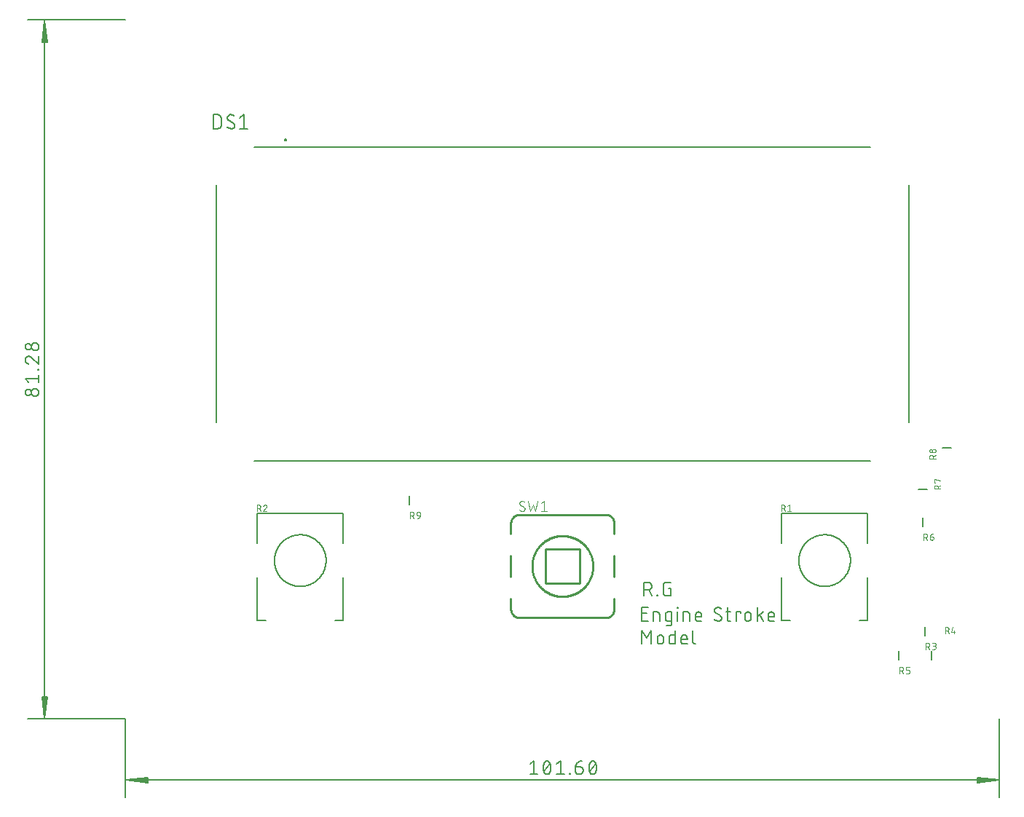
<source format=gbr>
G04 EAGLE Gerber RS-274X export*
G75*
%MOMM*%
%FSLAX34Y34*%
%LPD*%
%INSilkscreen Top*%
%IPPOS*%
%AMOC8*
5,1,8,0,0,1.08239X$1,22.5*%
G01*
%ADD10C,0.203200*%
%ADD11C,0.130000*%
%ADD12C,0.200000*%
%ADD13C,0.127000*%
%ADD14C,0.152400*%
%ADD15C,0.076200*%
%ADD16C,0.254000*%
%ADD17C,0.101600*%


D10*
X602996Y143256D02*
X602996Y159004D01*
X607370Y159004D01*
X607501Y159002D01*
X607632Y158996D01*
X607762Y158986D01*
X607892Y158973D01*
X608022Y158955D01*
X608151Y158934D01*
X608279Y158908D01*
X608407Y158879D01*
X608534Y158846D01*
X608659Y158810D01*
X608784Y158769D01*
X608907Y158725D01*
X609029Y158677D01*
X609149Y158626D01*
X609268Y158571D01*
X609385Y158512D01*
X609500Y158450D01*
X609613Y158385D01*
X609725Y158316D01*
X609834Y158244D01*
X609941Y158169D01*
X610046Y158090D01*
X610148Y158009D01*
X610248Y157924D01*
X610345Y157836D01*
X610440Y157746D01*
X610532Y157653D01*
X610621Y157557D01*
X610707Y157458D01*
X610790Y157357D01*
X610870Y157254D01*
X610947Y157148D01*
X611020Y157040D01*
X611091Y156929D01*
X611158Y156817D01*
X611222Y156703D01*
X611282Y156587D01*
X611339Y156469D01*
X611392Y156349D01*
X611442Y156228D01*
X611488Y156105D01*
X611530Y155982D01*
X611568Y155857D01*
X611603Y155730D01*
X611634Y155603D01*
X611662Y155475D01*
X611685Y155347D01*
X611704Y155217D01*
X611720Y155087D01*
X611732Y154957D01*
X611740Y154826D01*
X611744Y154695D01*
X611744Y154565D01*
X611740Y154434D01*
X611732Y154303D01*
X611720Y154173D01*
X611704Y154043D01*
X611685Y153913D01*
X611662Y153785D01*
X611634Y153657D01*
X611603Y153530D01*
X611568Y153403D01*
X611530Y153278D01*
X611488Y153155D01*
X611442Y153032D01*
X611392Y152911D01*
X611339Y152791D01*
X611282Y152673D01*
X611222Y152557D01*
X611158Y152443D01*
X611091Y152331D01*
X611020Y152220D01*
X610947Y152112D01*
X610870Y152006D01*
X610790Y151903D01*
X610707Y151802D01*
X610621Y151703D01*
X610532Y151607D01*
X610440Y151514D01*
X610345Y151424D01*
X610248Y151336D01*
X610148Y151251D01*
X610046Y151170D01*
X609941Y151091D01*
X609834Y151016D01*
X609725Y150944D01*
X609613Y150875D01*
X609500Y150810D01*
X609385Y150748D01*
X609268Y150689D01*
X609149Y150634D01*
X609029Y150583D01*
X608907Y150535D01*
X608784Y150491D01*
X608659Y150450D01*
X608534Y150414D01*
X608407Y150381D01*
X608279Y150352D01*
X608151Y150326D01*
X608022Y150305D01*
X607892Y150287D01*
X607762Y150274D01*
X607632Y150264D01*
X607501Y150258D01*
X607370Y150256D01*
X607370Y150255D02*
X602996Y150255D01*
X608245Y150255D02*
X611745Y143256D01*
X617765Y143256D02*
X617765Y144131D01*
X618640Y144131D01*
X618640Y143256D01*
X617765Y143256D01*
X631415Y152005D02*
X634039Y152005D01*
X634039Y143256D01*
X628790Y143256D01*
X628673Y143258D01*
X628556Y143264D01*
X628440Y143274D01*
X628323Y143287D01*
X628208Y143305D01*
X628093Y143326D01*
X627979Y143351D01*
X627865Y143380D01*
X627753Y143413D01*
X627642Y143450D01*
X627532Y143490D01*
X627424Y143534D01*
X627317Y143581D01*
X627211Y143632D01*
X627108Y143687D01*
X627006Y143745D01*
X626907Y143806D01*
X626809Y143870D01*
X626714Y143938D01*
X626621Y144009D01*
X626530Y144083D01*
X626442Y144160D01*
X626357Y144240D01*
X626274Y144323D01*
X626194Y144408D01*
X626117Y144496D01*
X626043Y144587D01*
X625972Y144680D01*
X625904Y144775D01*
X625840Y144873D01*
X625779Y144972D01*
X625721Y145074D01*
X625666Y145177D01*
X625615Y145283D01*
X625568Y145390D01*
X625524Y145498D01*
X625484Y145608D01*
X625447Y145719D01*
X625414Y145831D01*
X625385Y145945D01*
X625360Y146059D01*
X625339Y146174D01*
X625321Y146289D01*
X625308Y146406D01*
X625298Y146522D01*
X625292Y146639D01*
X625290Y146756D01*
X625291Y146756D02*
X625291Y155504D01*
X625290Y155504D02*
X625292Y155621D01*
X625298Y155738D01*
X625308Y155854D01*
X625321Y155971D01*
X625339Y156086D01*
X625360Y156201D01*
X625385Y156315D01*
X625414Y156429D01*
X625447Y156541D01*
X625484Y156652D01*
X625524Y156762D01*
X625568Y156870D01*
X625615Y156977D01*
X625666Y157083D01*
X625721Y157186D01*
X625779Y157288D01*
X625840Y157387D01*
X625904Y157485D01*
X625972Y157580D01*
X626043Y157673D01*
X626117Y157764D01*
X626194Y157852D01*
X626274Y157937D01*
X626357Y158020D01*
X626442Y158100D01*
X626530Y158177D01*
X626621Y158251D01*
X626714Y158322D01*
X626809Y158390D01*
X626907Y158454D01*
X627006Y158515D01*
X627108Y158573D01*
X627211Y158628D01*
X627317Y158679D01*
X627424Y158726D01*
X627532Y158770D01*
X627642Y158810D01*
X627753Y158847D01*
X627865Y158880D01*
X627979Y158909D01*
X628093Y158934D01*
X628208Y158955D01*
X628323Y158973D01*
X628440Y158986D01*
X628556Y158996D01*
X628673Y159002D01*
X628790Y159004D01*
X634039Y159004D01*
X607455Y114046D02*
X600456Y114046D01*
X600456Y129794D01*
X607455Y129794D01*
X605705Y122795D02*
X600456Y122795D01*
X613800Y124545D02*
X613800Y114046D01*
X613800Y124545D02*
X618174Y124545D01*
X618275Y124543D01*
X618375Y124537D01*
X618475Y124528D01*
X618575Y124514D01*
X618674Y124497D01*
X618772Y124476D01*
X618870Y124451D01*
X618966Y124423D01*
X619061Y124390D01*
X619155Y124355D01*
X619248Y124315D01*
X619339Y124272D01*
X619428Y124226D01*
X619515Y124176D01*
X619601Y124123D01*
X619684Y124067D01*
X619765Y124008D01*
X619844Y123945D01*
X619920Y123880D01*
X619994Y123811D01*
X620065Y123740D01*
X620134Y123666D01*
X620199Y123590D01*
X620262Y123511D01*
X620321Y123430D01*
X620377Y123347D01*
X620430Y123261D01*
X620480Y123174D01*
X620526Y123085D01*
X620569Y122994D01*
X620609Y122901D01*
X620644Y122807D01*
X620677Y122712D01*
X620705Y122616D01*
X620730Y122518D01*
X620751Y122420D01*
X620768Y122321D01*
X620782Y122221D01*
X620791Y122121D01*
X620797Y122021D01*
X620799Y121920D01*
X620799Y114046D01*
X630405Y114046D02*
X634779Y114046D01*
X630405Y114046D02*
X630304Y114048D01*
X630204Y114054D01*
X630104Y114063D01*
X630004Y114077D01*
X629905Y114094D01*
X629807Y114115D01*
X629709Y114140D01*
X629613Y114168D01*
X629518Y114201D01*
X629424Y114236D01*
X629331Y114276D01*
X629240Y114319D01*
X629151Y114365D01*
X629064Y114415D01*
X628978Y114468D01*
X628895Y114524D01*
X628814Y114583D01*
X628735Y114646D01*
X628659Y114711D01*
X628585Y114780D01*
X628514Y114851D01*
X628445Y114925D01*
X628380Y115001D01*
X628317Y115080D01*
X628258Y115161D01*
X628202Y115244D01*
X628149Y115330D01*
X628099Y115417D01*
X628053Y115506D01*
X628010Y115597D01*
X627970Y115690D01*
X627935Y115784D01*
X627902Y115879D01*
X627874Y115975D01*
X627849Y116073D01*
X627828Y116171D01*
X627811Y116270D01*
X627797Y116370D01*
X627788Y116470D01*
X627782Y116570D01*
X627780Y116671D01*
X627780Y121920D01*
X627782Y122021D01*
X627788Y122121D01*
X627797Y122221D01*
X627811Y122321D01*
X627828Y122420D01*
X627849Y122518D01*
X627874Y122616D01*
X627902Y122712D01*
X627935Y122807D01*
X627970Y122901D01*
X628010Y122994D01*
X628053Y123085D01*
X628099Y123174D01*
X628149Y123261D01*
X628202Y123347D01*
X628258Y123430D01*
X628317Y123511D01*
X628380Y123590D01*
X628445Y123666D01*
X628514Y123740D01*
X628585Y123811D01*
X628659Y123880D01*
X628735Y123945D01*
X628814Y124008D01*
X628895Y124067D01*
X628978Y124123D01*
X629064Y124176D01*
X629151Y124226D01*
X629240Y124272D01*
X629331Y124315D01*
X629424Y124355D01*
X629518Y124391D01*
X629613Y124423D01*
X629709Y124451D01*
X629807Y124476D01*
X629905Y124497D01*
X630004Y124514D01*
X630104Y124528D01*
X630204Y124537D01*
X630304Y124543D01*
X630405Y124545D01*
X634779Y124545D01*
X634779Y111421D01*
X634777Y111320D01*
X634771Y111220D01*
X634762Y111120D01*
X634748Y111020D01*
X634731Y110921D01*
X634710Y110823D01*
X634685Y110725D01*
X634657Y110629D01*
X634624Y110534D01*
X634589Y110440D01*
X634549Y110347D01*
X634506Y110256D01*
X634460Y110167D01*
X634410Y110080D01*
X634357Y109994D01*
X634301Y109911D01*
X634242Y109830D01*
X634179Y109751D01*
X634114Y109675D01*
X634045Y109601D01*
X633974Y109530D01*
X633900Y109461D01*
X633824Y109396D01*
X633745Y109333D01*
X633664Y109274D01*
X633581Y109218D01*
X633495Y109165D01*
X633408Y109115D01*
X633319Y109069D01*
X633228Y109026D01*
X633135Y108986D01*
X633041Y108951D01*
X632946Y108918D01*
X632850Y108890D01*
X632752Y108865D01*
X632654Y108844D01*
X632555Y108827D01*
X632455Y108813D01*
X632355Y108804D01*
X632255Y108798D01*
X632154Y108796D01*
X632154Y108797D02*
X628655Y108797D01*
X641788Y114046D02*
X641788Y124545D01*
X641351Y128919D02*
X641351Y129794D01*
X642226Y129794D01*
X642226Y128919D01*
X641351Y128919D01*
X648710Y124545D02*
X648710Y114046D01*
X648710Y124545D02*
X653084Y124545D01*
X653185Y124543D01*
X653285Y124537D01*
X653385Y124528D01*
X653485Y124514D01*
X653584Y124497D01*
X653682Y124476D01*
X653780Y124451D01*
X653876Y124423D01*
X653971Y124390D01*
X654065Y124355D01*
X654158Y124315D01*
X654249Y124272D01*
X654338Y124226D01*
X654425Y124176D01*
X654511Y124123D01*
X654594Y124067D01*
X654675Y124008D01*
X654754Y123945D01*
X654830Y123880D01*
X654904Y123811D01*
X654975Y123740D01*
X655044Y123666D01*
X655109Y123590D01*
X655172Y123511D01*
X655231Y123430D01*
X655287Y123347D01*
X655340Y123261D01*
X655390Y123174D01*
X655436Y123085D01*
X655479Y122994D01*
X655519Y122901D01*
X655554Y122807D01*
X655587Y122712D01*
X655615Y122616D01*
X655640Y122518D01*
X655661Y122420D01*
X655678Y122321D01*
X655692Y122221D01*
X655701Y122121D01*
X655707Y122021D01*
X655709Y121920D01*
X655709Y114046D01*
X665402Y114046D02*
X669777Y114046D01*
X665402Y114046D02*
X665301Y114048D01*
X665201Y114054D01*
X665101Y114063D01*
X665001Y114077D01*
X664902Y114094D01*
X664804Y114115D01*
X664706Y114140D01*
X664610Y114168D01*
X664515Y114201D01*
X664421Y114236D01*
X664328Y114276D01*
X664237Y114319D01*
X664148Y114365D01*
X664061Y114415D01*
X663975Y114468D01*
X663892Y114524D01*
X663811Y114583D01*
X663732Y114646D01*
X663656Y114711D01*
X663582Y114780D01*
X663511Y114851D01*
X663442Y114925D01*
X663377Y115001D01*
X663314Y115080D01*
X663255Y115161D01*
X663199Y115244D01*
X663146Y115330D01*
X663096Y115417D01*
X663050Y115506D01*
X663007Y115597D01*
X662967Y115690D01*
X662932Y115784D01*
X662899Y115879D01*
X662871Y115975D01*
X662846Y116073D01*
X662825Y116171D01*
X662808Y116270D01*
X662794Y116370D01*
X662785Y116470D01*
X662779Y116570D01*
X662777Y116671D01*
X662778Y116671D02*
X662778Y121045D01*
X662777Y121045D02*
X662779Y121163D01*
X662785Y121281D01*
X662795Y121399D01*
X662809Y121516D01*
X662827Y121633D01*
X662849Y121750D01*
X662874Y121865D01*
X662904Y121979D01*
X662938Y122093D01*
X662975Y122205D01*
X663016Y122316D01*
X663061Y122425D01*
X663109Y122533D01*
X663161Y122639D01*
X663217Y122744D01*
X663276Y122846D01*
X663338Y122946D01*
X663404Y123044D01*
X663473Y123140D01*
X663546Y123234D01*
X663621Y123325D01*
X663700Y123413D01*
X663781Y123499D01*
X663866Y123582D01*
X663953Y123662D01*
X664042Y123739D01*
X664135Y123813D01*
X664229Y123883D01*
X664326Y123951D01*
X664426Y124015D01*
X664527Y124076D01*
X664630Y124133D01*
X664736Y124187D01*
X664843Y124238D01*
X664951Y124284D01*
X665061Y124327D01*
X665173Y124366D01*
X665286Y124402D01*
X665400Y124433D01*
X665515Y124461D01*
X665630Y124485D01*
X665747Y124505D01*
X665864Y124521D01*
X665982Y124533D01*
X666100Y124541D01*
X666218Y124545D01*
X666336Y124545D01*
X666454Y124541D01*
X666572Y124533D01*
X666690Y124521D01*
X666807Y124505D01*
X666924Y124485D01*
X667039Y124461D01*
X667154Y124433D01*
X667268Y124402D01*
X667381Y124366D01*
X667493Y124327D01*
X667603Y124284D01*
X667711Y124238D01*
X667818Y124187D01*
X667924Y124133D01*
X668027Y124076D01*
X668128Y124015D01*
X668228Y123951D01*
X668325Y123883D01*
X668419Y123813D01*
X668512Y123739D01*
X668601Y123662D01*
X668688Y123582D01*
X668773Y123499D01*
X668854Y123413D01*
X668933Y123325D01*
X669008Y123234D01*
X669081Y123140D01*
X669150Y123044D01*
X669216Y122946D01*
X669278Y122846D01*
X669337Y122744D01*
X669393Y122639D01*
X669445Y122533D01*
X669493Y122425D01*
X669538Y122316D01*
X669579Y122205D01*
X669616Y122093D01*
X669650Y121979D01*
X669680Y121865D01*
X669705Y121750D01*
X669727Y121633D01*
X669745Y121516D01*
X669759Y121399D01*
X669769Y121281D01*
X669775Y121163D01*
X669777Y121045D01*
X669777Y119295D01*
X662778Y119295D01*
X689557Y114046D02*
X689674Y114048D01*
X689791Y114054D01*
X689907Y114064D01*
X690023Y114077D01*
X690139Y114095D01*
X690254Y114116D01*
X690368Y114141D01*
X690482Y114170D01*
X690594Y114203D01*
X690705Y114240D01*
X690815Y114280D01*
X690923Y114324D01*
X691030Y114371D01*
X691136Y114422D01*
X691239Y114477D01*
X691341Y114535D01*
X691440Y114596D01*
X691538Y114660D01*
X691633Y114728D01*
X691726Y114799D01*
X691817Y114873D01*
X691905Y114950D01*
X691990Y115030D01*
X692073Y115113D01*
X692153Y115198D01*
X692230Y115286D01*
X692304Y115377D01*
X692375Y115470D01*
X692443Y115565D01*
X692507Y115663D01*
X692568Y115762D01*
X692626Y115864D01*
X692681Y115967D01*
X692732Y116073D01*
X692779Y116180D01*
X692823Y116288D01*
X692863Y116398D01*
X692900Y116509D01*
X692933Y116621D01*
X692962Y116735D01*
X692987Y116849D01*
X693008Y116964D01*
X693026Y117079D01*
X693039Y117196D01*
X693049Y117312D01*
X693055Y117429D01*
X693057Y117546D01*
X689557Y114046D02*
X689380Y114048D01*
X689203Y114054D01*
X689027Y114065D01*
X688850Y114080D01*
X688675Y114099D01*
X688499Y114122D01*
X688325Y114149D01*
X688150Y114181D01*
X687977Y114217D01*
X687805Y114257D01*
X687634Y114301D01*
X687463Y114349D01*
X687294Y114401D01*
X687127Y114457D01*
X686960Y114517D01*
X686795Y114581D01*
X686632Y114649D01*
X686470Y114721D01*
X686311Y114797D01*
X686153Y114876D01*
X685997Y114960D01*
X685843Y115047D01*
X685691Y115137D01*
X685541Y115232D01*
X685394Y115330D01*
X685249Y115431D01*
X685106Y115536D01*
X684966Y115644D01*
X684829Y115755D01*
X684694Y115870D01*
X684563Y115988D01*
X684434Y116109D01*
X684308Y116233D01*
X684745Y126294D02*
X684747Y126411D01*
X684753Y126528D01*
X684763Y126644D01*
X684776Y126761D01*
X684794Y126876D01*
X684815Y126991D01*
X684840Y127105D01*
X684869Y127219D01*
X684902Y127331D01*
X684939Y127442D01*
X684979Y127552D01*
X685023Y127660D01*
X685070Y127767D01*
X685121Y127873D01*
X685176Y127976D01*
X685234Y128078D01*
X685295Y128177D01*
X685359Y128275D01*
X685427Y128370D01*
X685498Y128463D01*
X685572Y128554D01*
X685649Y128642D01*
X685729Y128727D01*
X685812Y128810D01*
X685897Y128890D01*
X685985Y128967D01*
X686076Y129041D01*
X686169Y129112D01*
X686264Y129180D01*
X686362Y129244D01*
X686461Y129305D01*
X686563Y129363D01*
X686666Y129418D01*
X686772Y129469D01*
X686879Y129516D01*
X686987Y129560D01*
X687097Y129600D01*
X687208Y129637D01*
X687320Y129670D01*
X687434Y129699D01*
X687548Y129724D01*
X687663Y129745D01*
X687778Y129763D01*
X687895Y129776D01*
X688011Y129786D01*
X688128Y129792D01*
X688245Y129794D01*
X688401Y129792D01*
X688558Y129787D01*
X688714Y129777D01*
X688870Y129764D01*
X689025Y129747D01*
X689180Y129727D01*
X689335Y129703D01*
X689489Y129675D01*
X689642Y129644D01*
X689794Y129609D01*
X689946Y129570D01*
X690096Y129527D01*
X690246Y129482D01*
X690394Y129432D01*
X690541Y129379D01*
X690687Y129323D01*
X690832Y129263D01*
X690975Y129199D01*
X691116Y129133D01*
X691256Y129063D01*
X691394Y128989D01*
X691530Y128912D01*
X691665Y128833D01*
X691797Y128749D01*
X691928Y128663D01*
X692056Y128574D01*
X692182Y128482D01*
X686495Y123232D02*
X686396Y123292D01*
X686300Y123356D01*
X686206Y123422D01*
X686114Y123491D01*
X686024Y123564D01*
X685936Y123639D01*
X685852Y123717D01*
X685769Y123798D01*
X685690Y123881D01*
X685613Y123967D01*
X685539Y124055D01*
X685467Y124146D01*
X685399Y124239D01*
X685334Y124334D01*
X685272Y124432D01*
X685213Y124531D01*
X685158Y124632D01*
X685105Y124735D01*
X685057Y124839D01*
X685011Y124945D01*
X684969Y125052D01*
X684930Y125161D01*
X684895Y125271D01*
X684864Y125382D01*
X684836Y125494D01*
X684812Y125606D01*
X684792Y125720D01*
X684775Y125834D01*
X684762Y125949D01*
X684752Y126064D01*
X684747Y126179D01*
X684745Y126294D01*
X691306Y120608D02*
X691405Y120548D01*
X691501Y120484D01*
X691595Y120418D01*
X691687Y120349D01*
X691777Y120276D01*
X691865Y120201D01*
X691949Y120123D01*
X692032Y120042D01*
X692111Y119959D01*
X692188Y119873D01*
X692262Y119785D01*
X692334Y119694D01*
X692402Y119601D01*
X692467Y119506D01*
X692529Y119408D01*
X692588Y119309D01*
X692643Y119208D01*
X692696Y119105D01*
X692745Y119001D01*
X692790Y118895D01*
X692832Y118788D01*
X692871Y118679D01*
X692906Y118569D01*
X692937Y118458D01*
X692965Y118346D01*
X692989Y118234D01*
X693009Y118120D01*
X693026Y118006D01*
X693039Y117891D01*
X693049Y117776D01*
X693054Y117661D01*
X693056Y117546D01*
X691307Y120608D02*
X686495Y123232D01*
X697902Y124545D02*
X703151Y124545D01*
X699651Y129794D02*
X699651Y116671D01*
X699653Y116570D01*
X699659Y116470D01*
X699668Y116370D01*
X699682Y116270D01*
X699699Y116171D01*
X699720Y116073D01*
X699745Y115975D01*
X699773Y115879D01*
X699806Y115784D01*
X699841Y115690D01*
X699881Y115597D01*
X699924Y115506D01*
X699970Y115417D01*
X700020Y115330D01*
X700073Y115244D01*
X700129Y115161D01*
X700188Y115080D01*
X700251Y115001D01*
X700316Y114925D01*
X700385Y114851D01*
X700456Y114780D01*
X700530Y114711D01*
X700606Y114646D01*
X700685Y114583D01*
X700766Y114524D01*
X700849Y114468D01*
X700935Y114415D01*
X701022Y114365D01*
X701111Y114319D01*
X701202Y114276D01*
X701295Y114236D01*
X701389Y114201D01*
X701484Y114168D01*
X701580Y114140D01*
X701678Y114115D01*
X701776Y114094D01*
X701875Y114077D01*
X701975Y114063D01*
X702075Y114054D01*
X702175Y114048D01*
X702276Y114046D01*
X703151Y114046D01*
X709774Y114046D02*
X709774Y124545D01*
X715023Y124545D01*
X715023Y122795D01*
X720092Y121045D02*
X720092Y117546D01*
X720092Y121045D02*
X720094Y121163D01*
X720100Y121281D01*
X720110Y121399D01*
X720124Y121516D01*
X720142Y121633D01*
X720164Y121750D01*
X720189Y121865D01*
X720219Y121979D01*
X720253Y122093D01*
X720290Y122205D01*
X720331Y122316D01*
X720376Y122425D01*
X720424Y122533D01*
X720476Y122639D01*
X720532Y122744D01*
X720591Y122846D01*
X720653Y122946D01*
X720719Y123044D01*
X720788Y123140D01*
X720861Y123234D01*
X720936Y123325D01*
X721015Y123413D01*
X721096Y123499D01*
X721181Y123582D01*
X721268Y123662D01*
X721357Y123739D01*
X721450Y123813D01*
X721544Y123883D01*
X721641Y123951D01*
X721741Y124015D01*
X721842Y124076D01*
X721945Y124133D01*
X722051Y124187D01*
X722158Y124238D01*
X722266Y124284D01*
X722376Y124327D01*
X722488Y124366D01*
X722601Y124402D01*
X722715Y124433D01*
X722830Y124461D01*
X722945Y124485D01*
X723062Y124505D01*
X723179Y124521D01*
X723297Y124533D01*
X723415Y124541D01*
X723533Y124545D01*
X723651Y124545D01*
X723769Y124541D01*
X723887Y124533D01*
X724005Y124521D01*
X724122Y124505D01*
X724239Y124485D01*
X724354Y124461D01*
X724469Y124433D01*
X724583Y124402D01*
X724696Y124366D01*
X724808Y124327D01*
X724918Y124284D01*
X725026Y124238D01*
X725133Y124187D01*
X725239Y124133D01*
X725342Y124076D01*
X725443Y124015D01*
X725543Y123951D01*
X725640Y123883D01*
X725734Y123813D01*
X725827Y123739D01*
X725916Y123662D01*
X726003Y123582D01*
X726088Y123499D01*
X726169Y123413D01*
X726248Y123325D01*
X726323Y123234D01*
X726396Y123140D01*
X726465Y123044D01*
X726531Y122946D01*
X726593Y122846D01*
X726652Y122744D01*
X726708Y122639D01*
X726760Y122533D01*
X726808Y122425D01*
X726853Y122316D01*
X726894Y122205D01*
X726931Y122093D01*
X726965Y121979D01*
X726995Y121865D01*
X727020Y121750D01*
X727042Y121633D01*
X727060Y121516D01*
X727074Y121399D01*
X727084Y121281D01*
X727090Y121163D01*
X727092Y121045D01*
X727091Y121045D02*
X727091Y117546D01*
X727092Y117546D02*
X727090Y117428D01*
X727084Y117310D01*
X727074Y117192D01*
X727060Y117075D01*
X727042Y116958D01*
X727020Y116841D01*
X726995Y116726D01*
X726965Y116612D01*
X726931Y116498D01*
X726894Y116386D01*
X726853Y116275D01*
X726808Y116166D01*
X726760Y116058D01*
X726708Y115952D01*
X726652Y115847D01*
X726593Y115745D01*
X726531Y115645D01*
X726465Y115547D01*
X726396Y115451D01*
X726323Y115357D01*
X726248Y115266D01*
X726169Y115178D01*
X726088Y115092D01*
X726003Y115009D01*
X725916Y114929D01*
X725827Y114852D01*
X725734Y114778D01*
X725640Y114708D01*
X725543Y114640D01*
X725443Y114576D01*
X725342Y114515D01*
X725239Y114458D01*
X725133Y114404D01*
X725026Y114353D01*
X724918Y114307D01*
X724808Y114264D01*
X724696Y114225D01*
X724583Y114189D01*
X724469Y114158D01*
X724354Y114130D01*
X724239Y114106D01*
X724122Y114086D01*
X724005Y114070D01*
X723887Y114058D01*
X723769Y114050D01*
X723651Y114046D01*
X723533Y114046D01*
X723415Y114050D01*
X723297Y114058D01*
X723179Y114070D01*
X723062Y114086D01*
X722945Y114106D01*
X722830Y114130D01*
X722715Y114158D01*
X722601Y114189D01*
X722488Y114225D01*
X722376Y114264D01*
X722266Y114307D01*
X722158Y114353D01*
X722051Y114404D01*
X721945Y114458D01*
X721842Y114515D01*
X721741Y114576D01*
X721641Y114640D01*
X721544Y114708D01*
X721450Y114778D01*
X721357Y114852D01*
X721268Y114929D01*
X721181Y115009D01*
X721096Y115092D01*
X721015Y115178D01*
X720936Y115266D01*
X720861Y115357D01*
X720788Y115451D01*
X720719Y115547D01*
X720653Y115645D01*
X720591Y115745D01*
X720532Y115847D01*
X720476Y115952D01*
X720424Y116058D01*
X720376Y116166D01*
X720331Y116275D01*
X720290Y116386D01*
X720253Y116498D01*
X720219Y116612D01*
X720189Y116726D01*
X720164Y116841D01*
X720142Y116958D01*
X720124Y117075D01*
X720110Y117192D01*
X720100Y117310D01*
X720094Y117428D01*
X720092Y117546D01*
X734363Y114046D02*
X734363Y129794D01*
X741363Y124545D02*
X734363Y119295D01*
X737426Y121483D02*
X741363Y114046D01*
X749811Y114046D02*
X754185Y114046D01*
X749811Y114046D02*
X749710Y114048D01*
X749610Y114054D01*
X749510Y114063D01*
X749410Y114077D01*
X749311Y114094D01*
X749213Y114115D01*
X749115Y114140D01*
X749019Y114168D01*
X748924Y114201D01*
X748830Y114236D01*
X748737Y114276D01*
X748646Y114319D01*
X748557Y114365D01*
X748470Y114415D01*
X748384Y114468D01*
X748301Y114524D01*
X748220Y114583D01*
X748141Y114646D01*
X748065Y114711D01*
X747991Y114780D01*
X747920Y114851D01*
X747851Y114925D01*
X747786Y115001D01*
X747723Y115080D01*
X747664Y115161D01*
X747608Y115244D01*
X747555Y115330D01*
X747505Y115417D01*
X747459Y115506D01*
X747416Y115597D01*
X747376Y115690D01*
X747341Y115784D01*
X747308Y115879D01*
X747280Y115975D01*
X747255Y116073D01*
X747234Y116171D01*
X747217Y116270D01*
X747203Y116370D01*
X747194Y116470D01*
X747188Y116570D01*
X747186Y116671D01*
X747186Y121045D01*
X747188Y121163D01*
X747194Y121281D01*
X747204Y121399D01*
X747218Y121516D01*
X747236Y121633D01*
X747258Y121750D01*
X747283Y121865D01*
X747313Y121979D01*
X747347Y122093D01*
X747384Y122205D01*
X747425Y122316D01*
X747470Y122425D01*
X747518Y122533D01*
X747570Y122639D01*
X747626Y122744D01*
X747685Y122846D01*
X747747Y122946D01*
X747813Y123044D01*
X747882Y123140D01*
X747955Y123234D01*
X748030Y123325D01*
X748109Y123413D01*
X748190Y123499D01*
X748275Y123582D01*
X748362Y123662D01*
X748451Y123739D01*
X748544Y123813D01*
X748638Y123883D01*
X748735Y123951D01*
X748835Y124015D01*
X748936Y124076D01*
X749039Y124133D01*
X749145Y124187D01*
X749252Y124238D01*
X749360Y124284D01*
X749470Y124327D01*
X749582Y124366D01*
X749695Y124402D01*
X749809Y124433D01*
X749924Y124461D01*
X750039Y124485D01*
X750156Y124505D01*
X750273Y124521D01*
X750391Y124533D01*
X750509Y124541D01*
X750627Y124545D01*
X750745Y124545D01*
X750863Y124541D01*
X750981Y124533D01*
X751099Y124521D01*
X751216Y124505D01*
X751333Y124485D01*
X751448Y124461D01*
X751563Y124433D01*
X751677Y124402D01*
X751790Y124366D01*
X751902Y124327D01*
X752012Y124284D01*
X752120Y124238D01*
X752227Y124187D01*
X752333Y124133D01*
X752436Y124076D01*
X752537Y124015D01*
X752637Y123951D01*
X752734Y123883D01*
X752828Y123813D01*
X752921Y123739D01*
X753010Y123662D01*
X753097Y123582D01*
X753182Y123499D01*
X753263Y123413D01*
X753342Y123325D01*
X753417Y123234D01*
X753490Y123140D01*
X753559Y123044D01*
X753625Y122946D01*
X753687Y122846D01*
X753746Y122744D01*
X753802Y122639D01*
X753854Y122533D01*
X753902Y122425D01*
X753947Y122316D01*
X753988Y122205D01*
X754025Y122093D01*
X754059Y121979D01*
X754089Y121865D01*
X754114Y121750D01*
X754136Y121633D01*
X754154Y121516D01*
X754168Y121399D01*
X754178Y121281D01*
X754184Y121163D01*
X754186Y121045D01*
X754185Y121045D02*
X754185Y119295D01*
X747186Y119295D01*
X600456Y103124D02*
X600456Y87376D01*
X605705Y94375D02*
X600456Y103124D01*
X605705Y94375D02*
X610955Y103124D01*
X610955Y87376D01*
X618358Y90876D02*
X618358Y94375D01*
X618360Y94493D01*
X618366Y94611D01*
X618376Y94729D01*
X618390Y94846D01*
X618408Y94963D01*
X618430Y95080D01*
X618455Y95195D01*
X618485Y95309D01*
X618519Y95423D01*
X618556Y95535D01*
X618597Y95646D01*
X618642Y95755D01*
X618690Y95863D01*
X618742Y95969D01*
X618798Y96074D01*
X618857Y96176D01*
X618919Y96276D01*
X618985Y96374D01*
X619054Y96470D01*
X619127Y96564D01*
X619202Y96655D01*
X619281Y96743D01*
X619362Y96829D01*
X619447Y96912D01*
X619534Y96992D01*
X619623Y97069D01*
X619716Y97143D01*
X619810Y97213D01*
X619907Y97281D01*
X620007Y97345D01*
X620108Y97406D01*
X620211Y97463D01*
X620317Y97517D01*
X620424Y97568D01*
X620532Y97614D01*
X620642Y97657D01*
X620754Y97696D01*
X620867Y97732D01*
X620981Y97763D01*
X621096Y97791D01*
X621211Y97815D01*
X621328Y97835D01*
X621445Y97851D01*
X621563Y97863D01*
X621681Y97871D01*
X621799Y97875D01*
X621917Y97875D01*
X622035Y97871D01*
X622153Y97863D01*
X622271Y97851D01*
X622388Y97835D01*
X622505Y97815D01*
X622620Y97791D01*
X622735Y97763D01*
X622849Y97732D01*
X622962Y97696D01*
X623074Y97657D01*
X623184Y97614D01*
X623292Y97568D01*
X623399Y97517D01*
X623505Y97463D01*
X623608Y97406D01*
X623709Y97345D01*
X623809Y97281D01*
X623906Y97213D01*
X624000Y97143D01*
X624093Y97069D01*
X624182Y96992D01*
X624269Y96912D01*
X624354Y96829D01*
X624435Y96743D01*
X624514Y96655D01*
X624589Y96564D01*
X624662Y96470D01*
X624731Y96374D01*
X624797Y96276D01*
X624859Y96176D01*
X624918Y96074D01*
X624974Y95969D01*
X625026Y95863D01*
X625074Y95755D01*
X625119Y95646D01*
X625160Y95535D01*
X625197Y95423D01*
X625231Y95309D01*
X625261Y95195D01*
X625286Y95080D01*
X625308Y94963D01*
X625326Y94846D01*
X625340Y94729D01*
X625350Y94611D01*
X625356Y94493D01*
X625358Y94375D01*
X625357Y94375D02*
X625357Y90876D01*
X625358Y90876D02*
X625356Y90758D01*
X625350Y90640D01*
X625340Y90522D01*
X625326Y90405D01*
X625308Y90288D01*
X625286Y90171D01*
X625261Y90056D01*
X625231Y89942D01*
X625197Y89828D01*
X625160Y89716D01*
X625119Y89605D01*
X625074Y89496D01*
X625026Y89388D01*
X624974Y89282D01*
X624918Y89177D01*
X624859Y89075D01*
X624797Y88975D01*
X624731Y88877D01*
X624662Y88781D01*
X624589Y88687D01*
X624514Y88596D01*
X624435Y88508D01*
X624354Y88422D01*
X624269Y88339D01*
X624182Y88259D01*
X624093Y88182D01*
X624000Y88108D01*
X623906Y88038D01*
X623809Y87970D01*
X623709Y87906D01*
X623608Y87845D01*
X623505Y87788D01*
X623399Y87734D01*
X623292Y87683D01*
X623184Y87637D01*
X623074Y87594D01*
X622962Y87555D01*
X622849Y87519D01*
X622735Y87488D01*
X622620Y87460D01*
X622505Y87436D01*
X622388Y87416D01*
X622271Y87400D01*
X622153Y87388D01*
X622035Y87380D01*
X621917Y87376D01*
X621799Y87376D01*
X621681Y87380D01*
X621563Y87388D01*
X621445Y87400D01*
X621328Y87416D01*
X621211Y87436D01*
X621096Y87460D01*
X620981Y87488D01*
X620867Y87519D01*
X620754Y87555D01*
X620642Y87594D01*
X620532Y87637D01*
X620424Y87683D01*
X620317Y87734D01*
X620211Y87788D01*
X620108Y87845D01*
X620007Y87906D01*
X619907Y87970D01*
X619810Y88038D01*
X619716Y88108D01*
X619623Y88182D01*
X619534Y88259D01*
X619447Y88339D01*
X619362Y88422D01*
X619281Y88508D01*
X619202Y88596D01*
X619127Y88687D01*
X619054Y88781D01*
X618985Y88877D01*
X618919Y88975D01*
X618857Y89075D01*
X618798Y89177D01*
X618742Y89282D01*
X618690Y89388D01*
X618642Y89496D01*
X618597Y89605D01*
X618556Y89716D01*
X618519Y89828D01*
X618485Y89942D01*
X618455Y90056D01*
X618430Y90171D01*
X618408Y90288D01*
X618390Y90405D01*
X618376Y90522D01*
X618366Y90640D01*
X618360Y90758D01*
X618358Y90876D01*
X638816Y87376D02*
X638816Y103124D01*
X638816Y87376D02*
X634442Y87376D01*
X634341Y87378D01*
X634241Y87384D01*
X634141Y87393D01*
X634041Y87407D01*
X633942Y87424D01*
X633844Y87445D01*
X633746Y87470D01*
X633650Y87498D01*
X633555Y87531D01*
X633461Y87566D01*
X633368Y87606D01*
X633277Y87649D01*
X633188Y87695D01*
X633101Y87745D01*
X633015Y87798D01*
X632932Y87854D01*
X632851Y87913D01*
X632772Y87976D01*
X632696Y88041D01*
X632622Y88110D01*
X632551Y88181D01*
X632482Y88255D01*
X632417Y88331D01*
X632354Y88410D01*
X632295Y88491D01*
X632239Y88574D01*
X632186Y88660D01*
X632136Y88747D01*
X632090Y88836D01*
X632047Y88927D01*
X632007Y89020D01*
X631972Y89114D01*
X631939Y89209D01*
X631911Y89305D01*
X631886Y89403D01*
X631865Y89501D01*
X631848Y89600D01*
X631834Y89700D01*
X631825Y89800D01*
X631819Y89900D01*
X631817Y90001D01*
X631817Y95250D01*
X631819Y95351D01*
X631825Y95451D01*
X631834Y95551D01*
X631848Y95651D01*
X631865Y95750D01*
X631886Y95848D01*
X631911Y95946D01*
X631939Y96042D01*
X631972Y96137D01*
X632007Y96231D01*
X632047Y96324D01*
X632090Y96415D01*
X632136Y96504D01*
X632186Y96591D01*
X632239Y96677D01*
X632295Y96760D01*
X632354Y96841D01*
X632417Y96920D01*
X632482Y96996D01*
X632551Y97070D01*
X632622Y97141D01*
X632696Y97210D01*
X632772Y97275D01*
X632851Y97338D01*
X632932Y97397D01*
X633015Y97453D01*
X633101Y97506D01*
X633188Y97556D01*
X633277Y97602D01*
X633368Y97645D01*
X633461Y97685D01*
X633555Y97721D01*
X633650Y97753D01*
X633746Y97781D01*
X633844Y97806D01*
X633942Y97827D01*
X634041Y97844D01*
X634141Y97858D01*
X634241Y97867D01*
X634341Y97873D01*
X634442Y97875D01*
X638816Y97875D01*
X648598Y87376D02*
X652972Y87376D01*
X648598Y87376D02*
X648497Y87378D01*
X648397Y87384D01*
X648297Y87393D01*
X648197Y87407D01*
X648098Y87424D01*
X648000Y87445D01*
X647902Y87470D01*
X647806Y87498D01*
X647711Y87531D01*
X647617Y87566D01*
X647524Y87606D01*
X647433Y87649D01*
X647344Y87695D01*
X647257Y87745D01*
X647171Y87798D01*
X647088Y87854D01*
X647007Y87913D01*
X646928Y87976D01*
X646852Y88041D01*
X646778Y88110D01*
X646707Y88181D01*
X646638Y88255D01*
X646573Y88331D01*
X646510Y88410D01*
X646451Y88491D01*
X646395Y88574D01*
X646342Y88660D01*
X646292Y88747D01*
X646246Y88836D01*
X646203Y88927D01*
X646163Y89020D01*
X646128Y89114D01*
X646095Y89209D01*
X646067Y89305D01*
X646042Y89403D01*
X646021Y89501D01*
X646004Y89600D01*
X645990Y89700D01*
X645981Y89800D01*
X645975Y89900D01*
X645973Y90001D01*
X645973Y94375D01*
X645975Y94493D01*
X645981Y94611D01*
X645991Y94729D01*
X646005Y94846D01*
X646023Y94963D01*
X646045Y95080D01*
X646070Y95195D01*
X646100Y95309D01*
X646134Y95423D01*
X646171Y95535D01*
X646212Y95646D01*
X646257Y95755D01*
X646305Y95863D01*
X646357Y95969D01*
X646413Y96074D01*
X646472Y96176D01*
X646534Y96276D01*
X646600Y96374D01*
X646669Y96470D01*
X646742Y96564D01*
X646817Y96655D01*
X646896Y96743D01*
X646977Y96829D01*
X647062Y96912D01*
X647149Y96992D01*
X647238Y97069D01*
X647331Y97143D01*
X647425Y97213D01*
X647522Y97281D01*
X647622Y97345D01*
X647723Y97406D01*
X647826Y97463D01*
X647932Y97517D01*
X648039Y97568D01*
X648147Y97614D01*
X648257Y97657D01*
X648369Y97696D01*
X648482Y97732D01*
X648596Y97763D01*
X648711Y97791D01*
X648826Y97815D01*
X648943Y97835D01*
X649060Y97851D01*
X649178Y97863D01*
X649296Y97871D01*
X649414Y97875D01*
X649532Y97875D01*
X649650Y97871D01*
X649768Y97863D01*
X649886Y97851D01*
X650003Y97835D01*
X650120Y97815D01*
X650235Y97791D01*
X650350Y97763D01*
X650464Y97732D01*
X650577Y97696D01*
X650689Y97657D01*
X650799Y97614D01*
X650907Y97568D01*
X651014Y97517D01*
X651120Y97463D01*
X651223Y97406D01*
X651324Y97345D01*
X651424Y97281D01*
X651521Y97213D01*
X651615Y97143D01*
X651708Y97069D01*
X651797Y96992D01*
X651884Y96912D01*
X651969Y96829D01*
X652050Y96743D01*
X652129Y96655D01*
X652204Y96564D01*
X652277Y96470D01*
X652346Y96374D01*
X652412Y96276D01*
X652474Y96176D01*
X652533Y96074D01*
X652589Y95969D01*
X652641Y95863D01*
X652689Y95755D01*
X652734Y95646D01*
X652775Y95535D01*
X652812Y95423D01*
X652846Y95309D01*
X652876Y95195D01*
X652901Y95080D01*
X652923Y94963D01*
X652941Y94846D01*
X652955Y94729D01*
X652965Y94611D01*
X652971Y94493D01*
X652973Y94375D01*
X652972Y94375D02*
X652972Y92625D01*
X645973Y92625D01*
X659699Y90001D02*
X659699Y103124D01*
X659699Y90001D02*
X659701Y89900D01*
X659707Y89800D01*
X659716Y89700D01*
X659730Y89600D01*
X659747Y89501D01*
X659768Y89403D01*
X659793Y89305D01*
X659821Y89209D01*
X659854Y89114D01*
X659889Y89020D01*
X659929Y88927D01*
X659972Y88836D01*
X660018Y88747D01*
X660068Y88660D01*
X660121Y88574D01*
X660177Y88491D01*
X660236Y88410D01*
X660299Y88331D01*
X660364Y88255D01*
X660433Y88181D01*
X660504Y88110D01*
X660578Y88041D01*
X660654Y87976D01*
X660733Y87913D01*
X660814Y87854D01*
X660897Y87798D01*
X660983Y87745D01*
X661070Y87695D01*
X661159Y87649D01*
X661250Y87606D01*
X661343Y87566D01*
X661437Y87531D01*
X661532Y87498D01*
X661628Y87470D01*
X661726Y87445D01*
X661824Y87424D01*
X661923Y87407D01*
X662023Y87393D01*
X662123Y87384D01*
X662223Y87378D01*
X662324Y87376D01*
D11*
X0Y0D02*
X0Y-90620D01*
X1016000Y-90620D02*
X1016000Y0D01*
X1015350Y-71120D02*
X650Y-71120D01*
X26000Y-67928D01*
X26000Y-74312D01*
X650Y-71120D01*
X26000Y-69820D01*
X26000Y-72420D02*
X650Y-71120D01*
X26000Y-68520D01*
X26000Y-73720D02*
X650Y-71120D01*
X990000Y-67928D02*
X1015350Y-71120D01*
X990000Y-67928D02*
X990000Y-74312D01*
X1015350Y-71120D01*
X990000Y-69820D01*
X990000Y-72420D02*
X1015350Y-71120D01*
X990000Y-68520D01*
X990000Y-73720D02*
X1015350Y-71120D01*
D10*
X474474Y-48611D02*
X470099Y-52111D01*
X474474Y-48611D02*
X474474Y-64359D01*
X478848Y-64359D02*
X470099Y-64359D01*
X485730Y-56485D02*
X485734Y-56175D01*
X485745Y-55866D01*
X485763Y-55556D01*
X485789Y-55248D01*
X485822Y-54940D01*
X485863Y-54632D01*
X485911Y-54326D01*
X485966Y-54021D01*
X486028Y-53718D01*
X486098Y-53416D01*
X486175Y-53116D01*
X486259Y-52818D01*
X486350Y-52522D01*
X486448Y-52228D01*
X486553Y-51936D01*
X486665Y-51647D01*
X486784Y-51361D01*
X486910Y-51078D01*
X487042Y-50798D01*
X487043Y-50798D02*
X487081Y-50693D01*
X487123Y-50590D01*
X487168Y-50488D01*
X487216Y-50387D01*
X487268Y-50289D01*
X487324Y-50192D01*
X487382Y-50097D01*
X487444Y-50004D01*
X487509Y-49914D01*
X487578Y-49826D01*
X487649Y-49740D01*
X487723Y-49656D01*
X487800Y-49576D01*
X487879Y-49497D01*
X487962Y-49422D01*
X488047Y-49350D01*
X488134Y-49280D01*
X488224Y-49214D01*
X488315Y-49151D01*
X488409Y-49091D01*
X488505Y-49034D01*
X488603Y-48980D01*
X488703Y-48930D01*
X488804Y-48884D01*
X488907Y-48841D01*
X489012Y-48801D01*
X489117Y-48765D01*
X489224Y-48733D01*
X489332Y-48705D01*
X489441Y-48680D01*
X489550Y-48659D01*
X489660Y-48642D01*
X489771Y-48628D01*
X489882Y-48619D01*
X489993Y-48613D01*
X490105Y-48611D01*
X490217Y-48613D01*
X490328Y-48619D01*
X490439Y-48628D01*
X490550Y-48642D01*
X490660Y-48659D01*
X490770Y-48680D01*
X490878Y-48705D01*
X490986Y-48733D01*
X491093Y-48765D01*
X491198Y-48801D01*
X491303Y-48841D01*
X491406Y-48884D01*
X491507Y-48930D01*
X491607Y-48980D01*
X491705Y-49034D01*
X491801Y-49091D01*
X491895Y-49151D01*
X491986Y-49214D01*
X492076Y-49280D01*
X492163Y-49350D01*
X492248Y-49422D01*
X492331Y-49497D01*
X492410Y-49576D01*
X492487Y-49656D01*
X492561Y-49740D01*
X492632Y-49826D01*
X492701Y-49914D01*
X492766Y-50004D01*
X492828Y-50097D01*
X492886Y-50192D01*
X492942Y-50289D01*
X492994Y-50387D01*
X493042Y-50488D01*
X493087Y-50590D01*
X493129Y-50693D01*
X493167Y-50798D01*
X493299Y-51078D01*
X493425Y-51362D01*
X493544Y-51648D01*
X493656Y-51937D01*
X493761Y-52228D01*
X493859Y-52522D01*
X493950Y-52818D01*
X494034Y-53116D01*
X494111Y-53416D01*
X494181Y-53718D01*
X494243Y-54022D01*
X494298Y-54326D01*
X494346Y-54632D01*
X494387Y-54940D01*
X494420Y-55248D01*
X494446Y-55556D01*
X494464Y-55866D01*
X494475Y-56175D01*
X494479Y-56485D01*
X485730Y-56485D02*
X485734Y-56795D01*
X485745Y-57104D01*
X485763Y-57414D01*
X485789Y-57722D01*
X485822Y-58030D01*
X485863Y-58338D01*
X485911Y-58644D01*
X485966Y-58949D01*
X486028Y-59252D01*
X486098Y-59554D01*
X486175Y-59854D01*
X486259Y-60152D01*
X486350Y-60448D01*
X486448Y-60742D01*
X486553Y-61034D01*
X486665Y-61323D01*
X486784Y-61609D01*
X486910Y-61892D01*
X487042Y-62172D01*
X487043Y-62172D02*
X487081Y-62277D01*
X487123Y-62380D01*
X487168Y-62482D01*
X487216Y-62583D01*
X487268Y-62681D01*
X487324Y-62778D01*
X487382Y-62873D01*
X487444Y-62966D01*
X487509Y-63056D01*
X487578Y-63145D01*
X487649Y-63230D01*
X487723Y-63314D01*
X487800Y-63395D01*
X487879Y-63473D01*
X487962Y-63548D01*
X488047Y-63620D01*
X488134Y-63690D01*
X488224Y-63756D01*
X488315Y-63819D01*
X488409Y-63879D01*
X488505Y-63936D01*
X488603Y-63990D01*
X488703Y-64040D01*
X488804Y-64086D01*
X488907Y-64129D01*
X489012Y-64169D01*
X489117Y-64205D01*
X489224Y-64237D01*
X489332Y-64265D01*
X489441Y-64290D01*
X489550Y-64311D01*
X489660Y-64328D01*
X489771Y-64342D01*
X489882Y-64351D01*
X489993Y-64357D01*
X490105Y-64359D01*
X493167Y-62172D02*
X493299Y-61892D01*
X493425Y-61608D01*
X493544Y-61322D01*
X493656Y-61033D01*
X493761Y-60742D01*
X493859Y-60448D01*
X493950Y-60152D01*
X494034Y-59854D01*
X494111Y-59554D01*
X494181Y-59252D01*
X494243Y-58948D01*
X494298Y-58644D01*
X494346Y-58338D01*
X494387Y-58030D01*
X494420Y-57722D01*
X494446Y-57414D01*
X494464Y-57104D01*
X494475Y-56795D01*
X494479Y-56485D01*
X493167Y-62172D02*
X493129Y-62277D01*
X493087Y-62380D01*
X493042Y-62482D01*
X492994Y-62583D01*
X492942Y-62681D01*
X492886Y-62778D01*
X492828Y-62873D01*
X492766Y-62966D01*
X492701Y-63056D01*
X492632Y-63144D01*
X492561Y-63230D01*
X492487Y-63314D01*
X492410Y-63394D01*
X492331Y-63473D01*
X492248Y-63548D01*
X492163Y-63620D01*
X492076Y-63690D01*
X491986Y-63756D01*
X491895Y-63819D01*
X491801Y-63879D01*
X491705Y-63936D01*
X491607Y-63990D01*
X491507Y-64040D01*
X491406Y-64086D01*
X491303Y-64129D01*
X491198Y-64169D01*
X491093Y-64205D01*
X490986Y-64237D01*
X490878Y-64265D01*
X490769Y-64290D01*
X490660Y-64311D01*
X490550Y-64328D01*
X490439Y-64342D01*
X490328Y-64351D01*
X490217Y-64357D01*
X490105Y-64359D01*
X486605Y-60859D02*
X493604Y-52111D01*
X501362Y-52111D02*
X505736Y-48611D01*
X505736Y-64359D01*
X501362Y-64359D02*
X510111Y-64359D01*
X516241Y-64359D02*
X516241Y-63484D01*
X517115Y-63484D01*
X517115Y-64359D01*
X516241Y-64359D01*
X523245Y-55610D02*
X528495Y-55610D01*
X528612Y-55612D01*
X528729Y-55618D01*
X528845Y-55628D01*
X528962Y-55641D01*
X529077Y-55659D01*
X529192Y-55680D01*
X529306Y-55705D01*
X529420Y-55734D01*
X529532Y-55767D01*
X529643Y-55804D01*
X529753Y-55844D01*
X529861Y-55888D01*
X529968Y-55935D01*
X530074Y-55986D01*
X530177Y-56041D01*
X530279Y-56099D01*
X530378Y-56160D01*
X530476Y-56224D01*
X530571Y-56292D01*
X530664Y-56363D01*
X530755Y-56437D01*
X530843Y-56514D01*
X530928Y-56594D01*
X531011Y-56677D01*
X531091Y-56762D01*
X531168Y-56850D01*
X531242Y-56941D01*
X531313Y-57034D01*
X531381Y-57129D01*
X531445Y-57227D01*
X531506Y-57326D01*
X531564Y-57428D01*
X531619Y-57531D01*
X531670Y-57637D01*
X531717Y-57744D01*
X531761Y-57852D01*
X531801Y-57962D01*
X531838Y-58073D01*
X531871Y-58185D01*
X531900Y-58299D01*
X531925Y-58413D01*
X531946Y-58528D01*
X531964Y-58643D01*
X531977Y-58760D01*
X531987Y-58876D01*
X531993Y-58993D01*
X531995Y-59110D01*
X531994Y-59110D02*
X531994Y-59985D01*
X531992Y-60116D01*
X531986Y-60247D01*
X531976Y-60377D01*
X531963Y-60507D01*
X531945Y-60637D01*
X531924Y-60766D01*
X531898Y-60894D01*
X531869Y-61022D01*
X531836Y-61149D01*
X531800Y-61274D01*
X531759Y-61399D01*
X531715Y-61522D01*
X531667Y-61644D01*
X531616Y-61764D01*
X531561Y-61883D01*
X531502Y-62000D01*
X531440Y-62115D01*
X531375Y-62228D01*
X531306Y-62340D01*
X531234Y-62449D01*
X531159Y-62556D01*
X531080Y-62661D01*
X530999Y-62763D01*
X530914Y-62863D01*
X530826Y-62960D01*
X530736Y-63055D01*
X530643Y-63147D01*
X530547Y-63236D01*
X530448Y-63322D01*
X530347Y-63405D01*
X530244Y-63485D01*
X530138Y-63562D01*
X530030Y-63635D01*
X529919Y-63706D01*
X529807Y-63773D01*
X529693Y-63837D01*
X529577Y-63897D01*
X529459Y-63954D01*
X529339Y-64007D01*
X529218Y-64057D01*
X529095Y-64103D01*
X528972Y-64145D01*
X528847Y-64183D01*
X528720Y-64218D01*
X528593Y-64249D01*
X528465Y-64277D01*
X528337Y-64300D01*
X528207Y-64319D01*
X528077Y-64335D01*
X527947Y-64347D01*
X527816Y-64355D01*
X527685Y-64359D01*
X527555Y-64359D01*
X527424Y-64355D01*
X527293Y-64347D01*
X527163Y-64335D01*
X527033Y-64319D01*
X526903Y-64300D01*
X526775Y-64277D01*
X526647Y-64249D01*
X526520Y-64218D01*
X526393Y-64183D01*
X526268Y-64145D01*
X526145Y-64103D01*
X526022Y-64057D01*
X525901Y-64007D01*
X525781Y-63954D01*
X525663Y-63897D01*
X525547Y-63837D01*
X525433Y-63773D01*
X525321Y-63706D01*
X525210Y-63635D01*
X525102Y-63562D01*
X524996Y-63485D01*
X524893Y-63405D01*
X524792Y-63322D01*
X524693Y-63236D01*
X524597Y-63147D01*
X524504Y-63055D01*
X524414Y-62960D01*
X524326Y-62863D01*
X524241Y-62763D01*
X524160Y-62661D01*
X524081Y-62556D01*
X524006Y-62449D01*
X523934Y-62340D01*
X523865Y-62228D01*
X523800Y-62115D01*
X523738Y-62000D01*
X523679Y-61883D01*
X523624Y-61764D01*
X523573Y-61644D01*
X523525Y-61522D01*
X523481Y-61399D01*
X523440Y-61274D01*
X523404Y-61149D01*
X523371Y-61022D01*
X523342Y-60894D01*
X523316Y-60766D01*
X523295Y-60637D01*
X523277Y-60507D01*
X523264Y-60377D01*
X523254Y-60247D01*
X523248Y-60116D01*
X523246Y-59985D01*
X523245Y-59985D02*
X523245Y-55610D01*
X523246Y-55610D02*
X523248Y-55438D01*
X523254Y-55267D01*
X523265Y-55095D01*
X523280Y-54924D01*
X523299Y-54753D01*
X523322Y-54583D01*
X523349Y-54413D01*
X523380Y-54245D01*
X523416Y-54077D01*
X523456Y-53909D01*
X523500Y-53743D01*
X523547Y-53578D01*
X523599Y-53415D01*
X523655Y-53252D01*
X523715Y-53091D01*
X523779Y-52932D01*
X523846Y-52774D01*
X523918Y-52618D01*
X523993Y-52463D01*
X524072Y-52311D01*
X524155Y-52160D01*
X524242Y-52012D01*
X524332Y-51866D01*
X524426Y-51722D01*
X524523Y-51580D01*
X524623Y-51441D01*
X524727Y-51304D01*
X524835Y-51170D01*
X524945Y-51038D01*
X525059Y-50910D01*
X525176Y-50784D01*
X525296Y-50661D01*
X525419Y-50541D01*
X525545Y-50424D01*
X525673Y-50310D01*
X525805Y-50200D01*
X525939Y-50092D01*
X526076Y-49988D01*
X526215Y-49888D01*
X526357Y-49791D01*
X526501Y-49697D01*
X526647Y-49607D01*
X526795Y-49520D01*
X526946Y-49437D01*
X527098Y-49358D01*
X527253Y-49283D01*
X527409Y-49211D01*
X527567Y-49144D01*
X527726Y-49080D01*
X527887Y-49020D01*
X528050Y-48964D01*
X528213Y-48912D01*
X528378Y-48865D01*
X528544Y-48821D01*
X528711Y-48781D01*
X528880Y-48745D01*
X529048Y-48714D01*
X529218Y-48687D01*
X529388Y-48664D01*
X529559Y-48645D01*
X529730Y-48630D01*
X529902Y-48619D01*
X530073Y-48613D01*
X530245Y-48611D01*
X540188Y-50798D02*
X540056Y-51078D01*
X539930Y-51361D01*
X539811Y-51647D01*
X539699Y-51936D01*
X539594Y-52228D01*
X539496Y-52522D01*
X539405Y-52818D01*
X539321Y-53116D01*
X539244Y-53416D01*
X539174Y-53718D01*
X539112Y-54021D01*
X539057Y-54326D01*
X539009Y-54632D01*
X538968Y-54940D01*
X538935Y-55248D01*
X538909Y-55556D01*
X538891Y-55866D01*
X538880Y-56175D01*
X538876Y-56485D01*
X540189Y-50798D02*
X540227Y-50693D01*
X540269Y-50590D01*
X540314Y-50488D01*
X540362Y-50387D01*
X540414Y-50289D01*
X540470Y-50192D01*
X540528Y-50097D01*
X540590Y-50004D01*
X540655Y-49914D01*
X540724Y-49826D01*
X540795Y-49740D01*
X540869Y-49656D01*
X540946Y-49576D01*
X541025Y-49497D01*
X541108Y-49422D01*
X541193Y-49350D01*
X541280Y-49280D01*
X541370Y-49214D01*
X541461Y-49151D01*
X541555Y-49091D01*
X541651Y-49034D01*
X541749Y-48980D01*
X541849Y-48930D01*
X541950Y-48884D01*
X542053Y-48841D01*
X542158Y-48801D01*
X542263Y-48765D01*
X542370Y-48733D01*
X542478Y-48705D01*
X542587Y-48680D01*
X542696Y-48659D01*
X542806Y-48642D01*
X542917Y-48628D01*
X543028Y-48619D01*
X543139Y-48613D01*
X543251Y-48611D01*
X543363Y-48613D01*
X543474Y-48619D01*
X543585Y-48628D01*
X543696Y-48642D01*
X543806Y-48659D01*
X543916Y-48680D01*
X544024Y-48705D01*
X544132Y-48733D01*
X544239Y-48765D01*
X544344Y-48801D01*
X544449Y-48841D01*
X544552Y-48884D01*
X544653Y-48930D01*
X544753Y-48980D01*
X544851Y-49034D01*
X544947Y-49091D01*
X545041Y-49151D01*
X545132Y-49214D01*
X545222Y-49280D01*
X545309Y-49350D01*
X545394Y-49422D01*
X545477Y-49497D01*
X545556Y-49576D01*
X545633Y-49656D01*
X545707Y-49740D01*
X545778Y-49826D01*
X545847Y-49914D01*
X545912Y-50004D01*
X545974Y-50097D01*
X546032Y-50192D01*
X546088Y-50289D01*
X546140Y-50387D01*
X546188Y-50488D01*
X546233Y-50590D01*
X546275Y-50693D01*
X546313Y-50798D01*
X546445Y-51078D01*
X546571Y-51362D01*
X546690Y-51648D01*
X546802Y-51937D01*
X546907Y-52228D01*
X547005Y-52522D01*
X547096Y-52818D01*
X547180Y-53116D01*
X547257Y-53416D01*
X547327Y-53718D01*
X547389Y-54022D01*
X547444Y-54326D01*
X547492Y-54632D01*
X547533Y-54940D01*
X547566Y-55248D01*
X547592Y-55556D01*
X547610Y-55866D01*
X547621Y-56175D01*
X547625Y-56485D01*
X538876Y-56485D02*
X538880Y-56795D01*
X538891Y-57104D01*
X538909Y-57414D01*
X538935Y-57722D01*
X538968Y-58030D01*
X539009Y-58338D01*
X539057Y-58644D01*
X539112Y-58949D01*
X539174Y-59252D01*
X539244Y-59554D01*
X539321Y-59854D01*
X539405Y-60152D01*
X539496Y-60448D01*
X539594Y-60742D01*
X539699Y-61034D01*
X539811Y-61323D01*
X539930Y-61609D01*
X540056Y-61892D01*
X540188Y-62172D01*
X540189Y-62172D02*
X540227Y-62277D01*
X540269Y-62380D01*
X540314Y-62482D01*
X540362Y-62583D01*
X540414Y-62681D01*
X540470Y-62778D01*
X540528Y-62873D01*
X540590Y-62966D01*
X540655Y-63056D01*
X540724Y-63145D01*
X540795Y-63230D01*
X540869Y-63314D01*
X540946Y-63395D01*
X541025Y-63473D01*
X541108Y-63548D01*
X541193Y-63620D01*
X541280Y-63690D01*
X541370Y-63756D01*
X541461Y-63819D01*
X541555Y-63879D01*
X541651Y-63936D01*
X541749Y-63990D01*
X541849Y-64040D01*
X541950Y-64086D01*
X542053Y-64129D01*
X542158Y-64169D01*
X542263Y-64205D01*
X542370Y-64237D01*
X542478Y-64265D01*
X542587Y-64290D01*
X542696Y-64311D01*
X542806Y-64328D01*
X542917Y-64342D01*
X543028Y-64351D01*
X543139Y-64357D01*
X543251Y-64359D01*
X546313Y-62172D02*
X546445Y-61892D01*
X546571Y-61608D01*
X546690Y-61322D01*
X546802Y-61033D01*
X546907Y-60742D01*
X547005Y-60448D01*
X547096Y-60152D01*
X547180Y-59854D01*
X547257Y-59554D01*
X547327Y-59252D01*
X547389Y-58948D01*
X547444Y-58644D01*
X547492Y-58338D01*
X547533Y-58030D01*
X547566Y-57722D01*
X547592Y-57414D01*
X547610Y-57104D01*
X547621Y-56795D01*
X547625Y-56485D01*
X546313Y-62172D02*
X546275Y-62277D01*
X546233Y-62380D01*
X546188Y-62482D01*
X546140Y-62583D01*
X546088Y-62681D01*
X546032Y-62778D01*
X545974Y-62873D01*
X545912Y-62966D01*
X545847Y-63056D01*
X545778Y-63144D01*
X545707Y-63230D01*
X545633Y-63314D01*
X545556Y-63394D01*
X545477Y-63473D01*
X545394Y-63548D01*
X545309Y-63620D01*
X545222Y-63690D01*
X545132Y-63756D01*
X545041Y-63819D01*
X544947Y-63879D01*
X544851Y-63936D01*
X544753Y-63990D01*
X544653Y-64040D01*
X544552Y-64086D01*
X544449Y-64129D01*
X544344Y-64169D01*
X544239Y-64205D01*
X544132Y-64237D01*
X544024Y-64265D01*
X543915Y-64290D01*
X543806Y-64311D01*
X543696Y-64328D01*
X543585Y-64342D01*
X543474Y-64351D01*
X543363Y-64357D01*
X543251Y-64359D01*
X539752Y-60859D02*
X546751Y-52111D01*
D11*
X0Y812800D02*
X-113480Y812800D01*
X-113480Y0D02*
X0Y0D01*
X-93980Y650D02*
X-93980Y812150D01*
X-97172Y786800D01*
X-90788Y786800D01*
X-93980Y812150D01*
X-95280Y786800D01*
X-92680Y786800D02*
X-93980Y812150D01*
X-96580Y786800D01*
X-91380Y786800D02*
X-93980Y812150D01*
X-97172Y26000D02*
X-93980Y650D01*
X-97172Y26000D02*
X-90788Y26000D01*
X-93980Y650D01*
X-95280Y26000D01*
X-92680Y26000D02*
X-93980Y650D01*
X-96580Y26000D01*
X-91380Y26000D02*
X-93980Y650D01*
D10*
X-105115Y375596D02*
X-105246Y375598D01*
X-105377Y375604D01*
X-105507Y375614D01*
X-105637Y375627D01*
X-105767Y375645D01*
X-105896Y375666D01*
X-106024Y375692D01*
X-106152Y375721D01*
X-106279Y375754D01*
X-106404Y375790D01*
X-106529Y375831D01*
X-106652Y375875D01*
X-106774Y375923D01*
X-106894Y375974D01*
X-107013Y376029D01*
X-107130Y376088D01*
X-107245Y376150D01*
X-107358Y376215D01*
X-107470Y376284D01*
X-107579Y376356D01*
X-107686Y376431D01*
X-107791Y376510D01*
X-107893Y376591D01*
X-107993Y376676D01*
X-108090Y376764D01*
X-108185Y376854D01*
X-108277Y376947D01*
X-108366Y377043D01*
X-108452Y377142D01*
X-108535Y377243D01*
X-108615Y377346D01*
X-108692Y377452D01*
X-108765Y377560D01*
X-108836Y377671D01*
X-108903Y377783D01*
X-108967Y377897D01*
X-109027Y378013D01*
X-109084Y378131D01*
X-109137Y378251D01*
X-109187Y378372D01*
X-109233Y378495D01*
X-109275Y378618D01*
X-109313Y378743D01*
X-109348Y378870D01*
X-109379Y378997D01*
X-109407Y379125D01*
X-109430Y379253D01*
X-109449Y379383D01*
X-109465Y379513D01*
X-109477Y379643D01*
X-109485Y379774D01*
X-109489Y379905D01*
X-109489Y380035D01*
X-109485Y380166D01*
X-109477Y380297D01*
X-109465Y380427D01*
X-109449Y380557D01*
X-109430Y380687D01*
X-109407Y380815D01*
X-109379Y380943D01*
X-109348Y381070D01*
X-109313Y381197D01*
X-109275Y381322D01*
X-109233Y381445D01*
X-109187Y381568D01*
X-109137Y381689D01*
X-109084Y381809D01*
X-109027Y381927D01*
X-108967Y382043D01*
X-108903Y382157D01*
X-108836Y382269D01*
X-108765Y382380D01*
X-108692Y382488D01*
X-108615Y382594D01*
X-108535Y382697D01*
X-108452Y382798D01*
X-108366Y382897D01*
X-108277Y382993D01*
X-108185Y383086D01*
X-108090Y383176D01*
X-107993Y383264D01*
X-107893Y383349D01*
X-107791Y383430D01*
X-107686Y383509D01*
X-107579Y383584D01*
X-107470Y383656D01*
X-107358Y383725D01*
X-107245Y383790D01*
X-107130Y383852D01*
X-107013Y383911D01*
X-106894Y383966D01*
X-106774Y384017D01*
X-106652Y384065D01*
X-106529Y384109D01*
X-106404Y384150D01*
X-106279Y384186D01*
X-106152Y384219D01*
X-106024Y384248D01*
X-105896Y384274D01*
X-105767Y384295D01*
X-105637Y384313D01*
X-105507Y384326D01*
X-105377Y384336D01*
X-105246Y384342D01*
X-105115Y384344D01*
X-104984Y384342D01*
X-104853Y384336D01*
X-104723Y384326D01*
X-104593Y384313D01*
X-104463Y384295D01*
X-104334Y384274D01*
X-104206Y384248D01*
X-104078Y384219D01*
X-103951Y384186D01*
X-103826Y384150D01*
X-103701Y384109D01*
X-103578Y384065D01*
X-103456Y384017D01*
X-103336Y383966D01*
X-103217Y383911D01*
X-103100Y383852D01*
X-102985Y383790D01*
X-102872Y383725D01*
X-102760Y383656D01*
X-102651Y383584D01*
X-102544Y383509D01*
X-102439Y383430D01*
X-102337Y383349D01*
X-102237Y383264D01*
X-102140Y383176D01*
X-102045Y383086D01*
X-101953Y382993D01*
X-101864Y382897D01*
X-101778Y382798D01*
X-101695Y382697D01*
X-101615Y382594D01*
X-101538Y382488D01*
X-101465Y382380D01*
X-101394Y382269D01*
X-101327Y382157D01*
X-101263Y382043D01*
X-101203Y381927D01*
X-101146Y381809D01*
X-101093Y381689D01*
X-101043Y381568D01*
X-100997Y381445D01*
X-100955Y381322D01*
X-100917Y381197D01*
X-100882Y381070D01*
X-100851Y380943D01*
X-100823Y380815D01*
X-100800Y380687D01*
X-100781Y380557D01*
X-100765Y380427D01*
X-100753Y380297D01*
X-100745Y380166D01*
X-100741Y380035D01*
X-100741Y379905D01*
X-100745Y379774D01*
X-100753Y379643D01*
X-100765Y379513D01*
X-100781Y379383D01*
X-100800Y379253D01*
X-100823Y379125D01*
X-100851Y378997D01*
X-100882Y378870D01*
X-100917Y378743D01*
X-100955Y378618D01*
X-100997Y378495D01*
X-101043Y378372D01*
X-101093Y378251D01*
X-101146Y378131D01*
X-101203Y378013D01*
X-101263Y377897D01*
X-101327Y377783D01*
X-101394Y377671D01*
X-101465Y377560D01*
X-101538Y377452D01*
X-101615Y377346D01*
X-101695Y377243D01*
X-101778Y377142D01*
X-101864Y377043D01*
X-101953Y376947D01*
X-102045Y376854D01*
X-102140Y376764D01*
X-102237Y376676D01*
X-102337Y376591D01*
X-102439Y376510D01*
X-102544Y376431D01*
X-102651Y376356D01*
X-102760Y376284D01*
X-102872Y376215D01*
X-102985Y376150D01*
X-103100Y376088D01*
X-103217Y376029D01*
X-103336Y375974D01*
X-103456Y375923D01*
X-103578Y375875D01*
X-103701Y375831D01*
X-103826Y375790D01*
X-103951Y375754D01*
X-104078Y375721D01*
X-104206Y375692D01*
X-104334Y375666D01*
X-104463Y375645D01*
X-104593Y375627D01*
X-104723Y375614D01*
X-104853Y375604D01*
X-104984Y375598D01*
X-105115Y375596D01*
X-112989Y376470D02*
X-113107Y376472D01*
X-113225Y376478D01*
X-113343Y376488D01*
X-113460Y376502D01*
X-113577Y376520D01*
X-113694Y376542D01*
X-113809Y376567D01*
X-113923Y376597D01*
X-114037Y376631D01*
X-114149Y376668D01*
X-114260Y376709D01*
X-114369Y376754D01*
X-114477Y376802D01*
X-114583Y376854D01*
X-114688Y376910D01*
X-114790Y376969D01*
X-114890Y377031D01*
X-114988Y377097D01*
X-115084Y377166D01*
X-115178Y377239D01*
X-115269Y377314D01*
X-115357Y377393D01*
X-115443Y377474D01*
X-115526Y377559D01*
X-115606Y377646D01*
X-115683Y377735D01*
X-115757Y377828D01*
X-115827Y377922D01*
X-115895Y378019D01*
X-115959Y378119D01*
X-116020Y378220D01*
X-116077Y378323D01*
X-116131Y378429D01*
X-116182Y378536D01*
X-116228Y378644D01*
X-116271Y378754D01*
X-116310Y378866D01*
X-116346Y378979D01*
X-116377Y379093D01*
X-116405Y379208D01*
X-116429Y379323D01*
X-116449Y379440D01*
X-116465Y379557D01*
X-116477Y379675D01*
X-116485Y379793D01*
X-116489Y379911D01*
X-116489Y380029D01*
X-116485Y380147D01*
X-116477Y380265D01*
X-116465Y380383D01*
X-116449Y380500D01*
X-116429Y380617D01*
X-116405Y380732D01*
X-116377Y380847D01*
X-116346Y380961D01*
X-116310Y381074D01*
X-116271Y381186D01*
X-116228Y381296D01*
X-116182Y381404D01*
X-116131Y381511D01*
X-116077Y381617D01*
X-116020Y381720D01*
X-115959Y381821D01*
X-115895Y381921D01*
X-115827Y382018D01*
X-115757Y382112D01*
X-115683Y382205D01*
X-115606Y382294D01*
X-115526Y382381D01*
X-115443Y382466D01*
X-115357Y382547D01*
X-115269Y382626D01*
X-115178Y382701D01*
X-115084Y382774D01*
X-114988Y382843D01*
X-114890Y382909D01*
X-114790Y382971D01*
X-114688Y383030D01*
X-114583Y383086D01*
X-114477Y383138D01*
X-114369Y383186D01*
X-114260Y383231D01*
X-114149Y383272D01*
X-114037Y383309D01*
X-113923Y383343D01*
X-113809Y383373D01*
X-113694Y383398D01*
X-113577Y383420D01*
X-113460Y383438D01*
X-113343Y383452D01*
X-113225Y383462D01*
X-113107Y383468D01*
X-112989Y383470D01*
X-112871Y383468D01*
X-112753Y383462D01*
X-112635Y383452D01*
X-112518Y383438D01*
X-112401Y383420D01*
X-112284Y383398D01*
X-112169Y383373D01*
X-112055Y383343D01*
X-111941Y383309D01*
X-111829Y383272D01*
X-111718Y383231D01*
X-111609Y383186D01*
X-111501Y383138D01*
X-111395Y383086D01*
X-111290Y383030D01*
X-111188Y382971D01*
X-111088Y382909D01*
X-110990Y382843D01*
X-110894Y382774D01*
X-110800Y382701D01*
X-110709Y382626D01*
X-110621Y382547D01*
X-110535Y382466D01*
X-110452Y382381D01*
X-110372Y382294D01*
X-110295Y382205D01*
X-110221Y382112D01*
X-110151Y382018D01*
X-110083Y381921D01*
X-110019Y381821D01*
X-109958Y381720D01*
X-109901Y381617D01*
X-109847Y381511D01*
X-109796Y381404D01*
X-109750Y381296D01*
X-109707Y381186D01*
X-109668Y381074D01*
X-109632Y380961D01*
X-109601Y380847D01*
X-109573Y380732D01*
X-109549Y380617D01*
X-109529Y380500D01*
X-109513Y380383D01*
X-109501Y380265D01*
X-109493Y380147D01*
X-109489Y380029D01*
X-109489Y379911D01*
X-109493Y379793D01*
X-109501Y379675D01*
X-109513Y379557D01*
X-109529Y379440D01*
X-109549Y379323D01*
X-109573Y379208D01*
X-109601Y379093D01*
X-109632Y378979D01*
X-109668Y378866D01*
X-109707Y378754D01*
X-109750Y378644D01*
X-109796Y378536D01*
X-109847Y378429D01*
X-109901Y378323D01*
X-109958Y378220D01*
X-110019Y378119D01*
X-110083Y378019D01*
X-110151Y377922D01*
X-110221Y377828D01*
X-110295Y377735D01*
X-110372Y377646D01*
X-110452Y377559D01*
X-110535Y377474D01*
X-110621Y377393D01*
X-110709Y377314D01*
X-110800Y377239D01*
X-110894Y377166D01*
X-110990Y377097D01*
X-111088Y377031D01*
X-111188Y376969D01*
X-111290Y376910D01*
X-111395Y376854D01*
X-111501Y376802D01*
X-111609Y376754D01*
X-111718Y376709D01*
X-111829Y376668D01*
X-111941Y376631D01*
X-112055Y376597D01*
X-112169Y376567D01*
X-112284Y376542D01*
X-112401Y376520D01*
X-112518Y376502D01*
X-112635Y376488D01*
X-112753Y376478D01*
X-112871Y376472D01*
X-112989Y376470D01*
X-112989Y391227D02*
X-116489Y395601D01*
X-100741Y395601D01*
X-100741Y391227D02*
X-100741Y399975D01*
X-100741Y406105D02*
X-101616Y406105D01*
X-101616Y406980D01*
X-100741Y406980D01*
X-100741Y406105D01*
X-116489Y417922D02*
X-116487Y418046D01*
X-116481Y418169D01*
X-116472Y418293D01*
X-116458Y418415D01*
X-116441Y418538D01*
X-116419Y418660D01*
X-116394Y418781D01*
X-116365Y418901D01*
X-116333Y419020D01*
X-116296Y419139D01*
X-116256Y419256D01*
X-116213Y419371D01*
X-116165Y419486D01*
X-116114Y419598D01*
X-116060Y419709D01*
X-116002Y419819D01*
X-115941Y419926D01*
X-115876Y420032D01*
X-115808Y420135D01*
X-115737Y420236D01*
X-115663Y420335D01*
X-115586Y420432D01*
X-115505Y420526D01*
X-115422Y420617D01*
X-115336Y420706D01*
X-115247Y420792D01*
X-115156Y420875D01*
X-115062Y420956D01*
X-114965Y421033D01*
X-114866Y421107D01*
X-114765Y421178D01*
X-114662Y421246D01*
X-114556Y421311D01*
X-114449Y421372D01*
X-114339Y421430D01*
X-114228Y421484D01*
X-114116Y421535D01*
X-114001Y421583D01*
X-113886Y421626D01*
X-113769Y421666D01*
X-113650Y421703D01*
X-113531Y421735D01*
X-113411Y421764D01*
X-113290Y421789D01*
X-113168Y421811D01*
X-113045Y421828D01*
X-112923Y421842D01*
X-112799Y421851D01*
X-112676Y421857D01*
X-112552Y421859D01*
X-116489Y417922D02*
X-116487Y417781D01*
X-116481Y417639D01*
X-116471Y417498D01*
X-116457Y417358D01*
X-116440Y417218D01*
X-116418Y417078D01*
X-116393Y416939D01*
X-116363Y416801D01*
X-116330Y416663D01*
X-116293Y416527D01*
X-116252Y416391D01*
X-116207Y416257D01*
X-116159Y416125D01*
X-116107Y415993D01*
X-116051Y415863D01*
X-115992Y415735D01*
X-115929Y415608D01*
X-115862Y415484D01*
X-115793Y415361D01*
X-115719Y415240D01*
X-115643Y415121D01*
X-115563Y415004D01*
X-115480Y414890D01*
X-115393Y414778D01*
X-115304Y414669D01*
X-115212Y414562D01*
X-115116Y414457D01*
X-115018Y414356D01*
X-114917Y414257D01*
X-114813Y414161D01*
X-114707Y414068D01*
X-114598Y413978D01*
X-114486Y413891D01*
X-114372Y413807D01*
X-114256Y413727D01*
X-114138Y413649D01*
X-114017Y413575D01*
X-113895Y413505D01*
X-113771Y413438D01*
X-113644Y413374D01*
X-113516Y413314D01*
X-113387Y413257D01*
X-113256Y413205D01*
X-113123Y413155D01*
X-112989Y413110D01*
X-109490Y420547D02*
X-109578Y420637D01*
X-109670Y420725D01*
X-109764Y420810D01*
X-109861Y420892D01*
X-109960Y420971D01*
X-110061Y421048D01*
X-110165Y421121D01*
X-110270Y421191D01*
X-110378Y421258D01*
X-110488Y421321D01*
X-110600Y421381D01*
X-110713Y421438D01*
X-110828Y421492D01*
X-110945Y421542D01*
X-111063Y421588D01*
X-111182Y421631D01*
X-111303Y421670D01*
X-111424Y421706D01*
X-111547Y421738D01*
X-111671Y421766D01*
X-111795Y421791D01*
X-111920Y421812D01*
X-112046Y421829D01*
X-112172Y421842D01*
X-112298Y421851D01*
X-112425Y421857D01*
X-112552Y421859D01*
X-109490Y420547D02*
X-100741Y413110D01*
X-100741Y421859D01*
X-105115Y428742D02*
X-105246Y428744D01*
X-105377Y428750D01*
X-105507Y428760D01*
X-105637Y428773D01*
X-105767Y428791D01*
X-105896Y428812D01*
X-106024Y428838D01*
X-106152Y428867D01*
X-106279Y428900D01*
X-106404Y428936D01*
X-106529Y428977D01*
X-106652Y429021D01*
X-106774Y429069D01*
X-106894Y429120D01*
X-107013Y429175D01*
X-107130Y429234D01*
X-107245Y429296D01*
X-107358Y429361D01*
X-107470Y429430D01*
X-107579Y429502D01*
X-107686Y429577D01*
X-107791Y429656D01*
X-107893Y429737D01*
X-107993Y429822D01*
X-108090Y429910D01*
X-108185Y430000D01*
X-108277Y430093D01*
X-108366Y430189D01*
X-108452Y430288D01*
X-108535Y430389D01*
X-108615Y430492D01*
X-108692Y430598D01*
X-108765Y430706D01*
X-108836Y430817D01*
X-108903Y430929D01*
X-108967Y431043D01*
X-109027Y431159D01*
X-109084Y431277D01*
X-109137Y431397D01*
X-109187Y431518D01*
X-109233Y431641D01*
X-109275Y431764D01*
X-109313Y431889D01*
X-109348Y432016D01*
X-109379Y432143D01*
X-109407Y432271D01*
X-109430Y432399D01*
X-109449Y432529D01*
X-109465Y432659D01*
X-109477Y432789D01*
X-109485Y432920D01*
X-109489Y433051D01*
X-109489Y433181D01*
X-109485Y433312D01*
X-109477Y433443D01*
X-109465Y433573D01*
X-109449Y433703D01*
X-109430Y433833D01*
X-109407Y433961D01*
X-109379Y434089D01*
X-109348Y434216D01*
X-109313Y434343D01*
X-109275Y434468D01*
X-109233Y434591D01*
X-109187Y434714D01*
X-109137Y434835D01*
X-109084Y434955D01*
X-109027Y435073D01*
X-108967Y435189D01*
X-108903Y435303D01*
X-108836Y435415D01*
X-108765Y435526D01*
X-108692Y435634D01*
X-108615Y435740D01*
X-108535Y435843D01*
X-108452Y435944D01*
X-108366Y436043D01*
X-108277Y436139D01*
X-108185Y436232D01*
X-108090Y436322D01*
X-107993Y436410D01*
X-107893Y436495D01*
X-107791Y436576D01*
X-107686Y436655D01*
X-107579Y436730D01*
X-107470Y436802D01*
X-107358Y436871D01*
X-107245Y436936D01*
X-107130Y436998D01*
X-107013Y437057D01*
X-106894Y437112D01*
X-106774Y437163D01*
X-106652Y437211D01*
X-106529Y437255D01*
X-106404Y437296D01*
X-106279Y437332D01*
X-106152Y437365D01*
X-106024Y437394D01*
X-105896Y437420D01*
X-105767Y437441D01*
X-105637Y437459D01*
X-105507Y437472D01*
X-105377Y437482D01*
X-105246Y437488D01*
X-105115Y437490D01*
X-104984Y437488D01*
X-104853Y437482D01*
X-104723Y437472D01*
X-104593Y437459D01*
X-104463Y437441D01*
X-104334Y437420D01*
X-104206Y437394D01*
X-104078Y437365D01*
X-103951Y437332D01*
X-103826Y437296D01*
X-103701Y437255D01*
X-103578Y437211D01*
X-103456Y437163D01*
X-103336Y437112D01*
X-103217Y437057D01*
X-103100Y436998D01*
X-102985Y436936D01*
X-102872Y436871D01*
X-102760Y436802D01*
X-102651Y436730D01*
X-102544Y436655D01*
X-102439Y436576D01*
X-102337Y436495D01*
X-102237Y436410D01*
X-102140Y436322D01*
X-102045Y436232D01*
X-101953Y436139D01*
X-101864Y436043D01*
X-101778Y435944D01*
X-101695Y435843D01*
X-101615Y435740D01*
X-101538Y435634D01*
X-101465Y435526D01*
X-101394Y435415D01*
X-101327Y435303D01*
X-101263Y435189D01*
X-101203Y435073D01*
X-101146Y434955D01*
X-101093Y434835D01*
X-101043Y434714D01*
X-100997Y434591D01*
X-100955Y434468D01*
X-100917Y434343D01*
X-100882Y434216D01*
X-100851Y434089D01*
X-100823Y433961D01*
X-100800Y433833D01*
X-100781Y433703D01*
X-100765Y433573D01*
X-100753Y433443D01*
X-100745Y433312D01*
X-100741Y433181D01*
X-100741Y433051D01*
X-100745Y432920D01*
X-100753Y432789D01*
X-100765Y432659D01*
X-100781Y432529D01*
X-100800Y432399D01*
X-100823Y432271D01*
X-100851Y432143D01*
X-100882Y432016D01*
X-100917Y431889D01*
X-100955Y431764D01*
X-100997Y431641D01*
X-101043Y431518D01*
X-101093Y431397D01*
X-101146Y431277D01*
X-101203Y431159D01*
X-101263Y431043D01*
X-101327Y430929D01*
X-101394Y430817D01*
X-101465Y430706D01*
X-101538Y430598D01*
X-101615Y430492D01*
X-101695Y430389D01*
X-101778Y430288D01*
X-101864Y430189D01*
X-101953Y430093D01*
X-102045Y430000D01*
X-102140Y429910D01*
X-102237Y429822D01*
X-102337Y429737D01*
X-102439Y429656D01*
X-102544Y429577D01*
X-102651Y429502D01*
X-102760Y429430D01*
X-102872Y429361D01*
X-102985Y429296D01*
X-103100Y429234D01*
X-103217Y429175D01*
X-103336Y429120D01*
X-103456Y429069D01*
X-103578Y429021D01*
X-103701Y428977D01*
X-103826Y428936D01*
X-103951Y428900D01*
X-104078Y428867D01*
X-104206Y428838D01*
X-104334Y428812D01*
X-104463Y428791D01*
X-104593Y428773D01*
X-104723Y428760D01*
X-104853Y428750D01*
X-104984Y428744D01*
X-105115Y428742D01*
X-112989Y429616D02*
X-113107Y429618D01*
X-113225Y429624D01*
X-113343Y429634D01*
X-113460Y429648D01*
X-113577Y429666D01*
X-113694Y429688D01*
X-113809Y429713D01*
X-113923Y429743D01*
X-114037Y429777D01*
X-114149Y429814D01*
X-114260Y429855D01*
X-114369Y429900D01*
X-114477Y429948D01*
X-114583Y430000D01*
X-114688Y430056D01*
X-114790Y430115D01*
X-114890Y430177D01*
X-114988Y430243D01*
X-115084Y430312D01*
X-115178Y430385D01*
X-115269Y430460D01*
X-115357Y430539D01*
X-115443Y430620D01*
X-115526Y430705D01*
X-115606Y430792D01*
X-115683Y430881D01*
X-115757Y430974D01*
X-115827Y431068D01*
X-115895Y431165D01*
X-115959Y431265D01*
X-116020Y431366D01*
X-116077Y431469D01*
X-116131Y431575D01*
X-116182Y431682D01*
X-116228Y431790D01*
X-116271Y431900D01*
X-116310Y432012D01*
X-116346Y432125D01*
X-116377Y432239D01*
X-116405Y432354D01*
X-116429Y432469D01*
X-116449Y432586D01*
X-116465Y432703D01*
X-116477Y432821D01*
X-116485Y432939D01*
X-116489Y433057D01*
X-116489Y433175D01*
X-116485Y433293D01*
X-116477Y433411D01*
X-116465Y433529D01*
X-116449Y433646D01*
X-116429Y433763D01*
X-116405Y433878D01*
X-116377Y433993D01*
X-116346Y434107D01*
X-116310Y434220D01*
X-116271Y434332D01*
X-116228Y434442D01*
X-116182Y434550D01*
X-116131Y434657D01*
X-116077Y434763D01*
X-116020Y434866D01*
X-115959Y434967D01*
X-115895Y435067D01*
X-115827Y435164D01*
X-115757Y435258D01*
X-115683Y435351D01*
X-115606Y435440D01*
X-115526Y435527D01*
X-115443Y435612D01*
X-115357Y435693D01*
X-115269Y435772D01*
X-115178Y435847D01*
X-115084Y435920D01*
X-114988Y435989D01*
X-114890Y436055D01*
X-114790Y436117D01*
X-114688Y436176D01*
X-114583Y436232D01*
X-114477Y436284D01*
X-114369Y436332D01*
X-114260Y436377D01*
X-114149Y436418D01*
X-114037Y436455D01*
X-113923Y436489D01*
X-113809Y436519D01*
X-113694Y436544D01*
X-113577Y436566D01*
X-113460Y436584D01*
X-113343Y436598D01*
X-113225Y436608D01*
X-113107Y436614D01*
X-112989Y436616D01*
X-112871Y436614D01*
X-112753Y436608D01*
X-112635Y436598D01*
X-112518Y436584D01*
X-112401Y436566D01*
X-112284Y436544D01*
X-112169Y436519D01*
X-112055Y436489D01*
X-111941Y436455D01*
X-111829Y436418D01*
X-111718Y436377D01*
X-111609Y436332D01*
X-111501Y436284D01*
X-111395Y436232D01*
X-111290Y436176D01*
X-111188Y436117D01*
X-111088Y436055D01*
X-110990Y435989D01*
X-110894Y435920D01*
X-110800Y435847D01*
X-110709Y435772D01*
X-110621Y435693D01*
X-110535Y435612D01*
X-110452Y435527D01*
X-110372Y435440D01*
X-110295Y435351D01*
X-110221Y435258D01*
X-110151Y435164D01*
X-110083Y435067D01*
X-110019Y434967D01*
X-109958Y434866D01*
X-109901Y434763D01*
X-109847Y434657D01*
X-109796Y434550D01*
X-109750Y434442D01*
X-109707Y434332D01*
X-109668Y434220D01*
X-109632Y434107D01*
X-109601Y433993D01*
X-109573Y433878D01*
X-109549Y433763D01*
X-109529Y433646D01*
X-109513Y433529D01*
X-109501Y433411D01*
X-109493Y433293D01*
X-109489Y433175D01*
X-109489Y433057D01*
X-109493Y432939D01*
X-109501Y432821D01*
X-109513Y432703D01*
X-109529Y432586D01*
X-109549Y432469D01*
X-109573Y432354D01*
X-109601Y432239D01*
X-109632Y432125D01*
X-109668Y432012D01*
X-109707Y431900D01*
X-109750Y431790D01*
X-109796Y431682D01*
X-109847Y431575D01*
X-109901Y431469D01*
X-109958Y431366D01*
X-110019Y431265D01*
X-110083Y431165D01*
X-110151Y431068D01*
X-110221Y430974D01*
X-110295Y430881D01*
X-110372Y430792D01*
X-110452Y430705D01*
X-110535Y430620D01*
X-110621Y430539D01*
X-110709Y430460D01*
X-110800Y430385D01*
X-110894Y430312D01*
X-110990Y430243D01*
X-111088Y430177D01*
X-111188Y430115D01*
X-111290Y430056D01*
X-111395Y430000D01*
X-111501Y429948D01*
X-111609Y429900D01*
X-111718Y429855D01*
X-111829Y429814D01*
X-111941Y429777D01*
X-112055Y429743D01*
X-112169Y429713D01*
X-112284Y429688D01*
X-112401Y429666D01*
X-112518Y429648D01*
X-112635Y429634D01*
X-112753Y429624D01*
X-112871Y429618D01*
X-112989Y429616D01*
D12*
X185000Y673600D02*
X185002Y673663D01*
X185008Y673725D01*
X185018Y673787D01*
X185031Y673849D01*
X185049Y673909D01*
X185070Y673968D01*
X185095Y674026D01*
X185124Y674082D01*
X185156Y674136D01*
X185191Y674188D01*
X185229Y674237D01*
X185271Y674285D01*
X185315Y674329D01*
X185363Y674371D01*
X185412Y674409D01*
X185464Y674444D01*
X185518Y674476D01*
X185574Y674505D01*
X185632Y674530D01*
X185691Y674551D01*
X185751Y674569D01*
X185813Y674582D01*
X185875Y674592D01*
X185937Y674598D01*
X186000Y674600D01*
X186063Y674598D01*
X186125Y674592D01*
X186187Y674582D01*
X186249Y674569D01*
X186309Y674551D01*
X186368Y674530D01*
X186426Y674505D01*
X186482Y674476D01*
X186536Y674444D01*
X186588Y674409D01*
X186637Y674371D01*
X186685Y674329D01*
X186729Y674285D01*
X186771Y674237D01*
X186809Y674188D01*
X186844Y674136D01*
X186876Y674082D01*
X186905Y674026D01*
X186930Y673968D01*
X186951Y673909D01*
X186969Y673849D01*
X186982Y673787D01*
X186992Y673725D01*
X186998Y673663D01*
X187000Y673600D01*
X186998Y673537D01*
X186992Y673475D01*
X186982Y673413D01*
X186969Y673351D01*
X186951Y673291D01*
X186930Y673232D01*
X186905Y673174D01*
X186876Y673118D01*
X186844Y673064D01*
X186809Y673012D01*
X186771Y672963D01*
X186729Y672915D01*
X186685Y672871D01*
X186637Y672829D01*
X186588Y672791D01*
X186536Y672756D01*
X186482Y672724D01*
X186426Y672695D01*
X186368Y672670D01*
X186309Y672649D01*
X186249Y672631D01*
X186187Y672618D01*
X186125Y672608D01*
X186063Y672602D01*
X186000Y672600D01*
X185937Y672602D01*
X185875Y672608D01*
X185813Y672618D01*
X185751Y672631D01*
X185691Y672649D01*
X185632Y672670D01*
X185574Y672695D01*
X185518Y672724D01*
X185464Y672756D01*
X185412Y672791D01*
X185363Y672829D01*
X185315Y672871D01*
X185271Y672915D01*
X185229Y672963D01*
X185191Y673012D01*
X185156Y673064D01*
X185124Y673118D01*
X185095Y673174D01*
X185070Y673232D01*
X185049Y673291D01*
X185031Y673351D01*
X185018Y673413D01*
X185008Y673475D01*
X185002Y673537D01*
X185000Y673600D01*
D13*
X150000Y665100D02*
X866000Y665100D01*
X866000Y300100D02*
X150000Y300100D01*
X105500Y344600D02*
X105500Y620600D01*
X910500Y620600D02*
X910500Y344600D01*
D14*
X102362Y686562D02*
X102362Y702818D01*
X106878Y702818D01*
X107009Y702816D01*
X107141Y702810D01*
X107272Y702801D01*
X107402Y702787D01*
X107533Y702770D01*
X107662Y702749D01*
X107791Y702725D01*
X107919Y702696D01*
X108047Y702664D01*
X108173Y702628D01*
X108298Y702589D01*
X108423Y702546D01*
X108545Y702499D01*
X108667Y702449D01*
X108787Y702395D01*
X108905Y702338D01*
X109021Y702277D01*
X109136Y702213D01*
X109249Y702146D01*
X109360Y702075D01*
X109468Y702001D01*
X109575Y701924D01*
X109679Y701844D01*
X109781Y701761D01*
X109880Y701676D01*
X109977Y701587D01*
X110071Y701495D01*
X110163Y701401D01*
X110252Y701304D01*
X110337Y701205D01*
X110420Y701103D01*
X110500Y700999D01*
X110577Y700892D01*
X110651Y700784D01*
X110722Y700673D01*
X110789Y700560D01*
X110853Y700445D01*
X110914Y700329D01*
X110971Y700211D01*
X111025Y700091D01*
X111075Y699969D01*
X111122Y699847D01*
X111165Y699722D01*
X111204Y699597D01*
X111240Y699471D01*
X111272Y699343D01*
X111301Y699215D01*
X111325Y699086D01*
X111346Y698957D01*
X111363Y698826D01*
X111377Y698696D01*
X111386Y698565D01*
X111392Y698433D01*
X111394Y698302D01*
X111393Y698302D02*
X111393Y691078D01*
X111394Y691078D02*
X111392Y690947D01*
X111386Y690815D01*
X111377Y690684D01*
X111363Y690554D01*
X111346Y690423D01*
X111325Y690294D01*
X111301Y690165D01*
X111272Y690037D01*
X111240Y689909D01*
X111204Y689783D01*
X111165Y689658D01*
X111122Y689533D01*
X111075Y689411D01*
X111025Y689289D01*
X110971Y689169D01*
X110914Y689051D01*
X110853Y688935D01*
X110789Y688820D01*
X110722Y688707D01*
X110651Y688596D01*
X110577Y688488D01*
X110500Y688381D01*
X110420Y688277D01*
X110337Y688175D01*
X110252Y688076D01*
X110163Y687979D01*
X110071Y687885D01*
X109977Y687793D01*
X109880Y687704D01*
X109781Y687619D01*
X109679Y687536D01*
X109575Y687456D01*
X109468Y687379D01*
X109360Y687305D01*
X109249Y687234D01*
X109136Y687167D01*
X109021Y687103D01*
X108905Y687042D01*
X108787Y686985D01*
X108667Y686931D01*
X108545Y686881D01*
X108423Y686834D01*
X108298Y686791D01*
X108173Y686752D01*
X108047Y686716D01*
X107919Y686684D01*
X107791Y686655D01*
X107662Y686631D01*
X107532Y686610D01*
X107402Y686593D01*
X107272Y686579D01*
X107141Y686570D01*
X107009Y686564D01*
X106878Y686562D01*
X102362Y686562D01*
X123412Y686562D02*
X123530Y686564D01*
X123648Y686570D01*
X123766Y686579D01*
X123883Y686593D01*
X124000Y686610D01*
X124117Y686631D01*
X124232Y686656D01*
X124347Y686685D01*
X124461Y686718D01*
X124573Y686754D01*
X124684Y686794D01*
X124794Y686837D01*
X124903Y686884D01*
X125010Y686934D01*
X125115Y686989D01*
X125218Y687046D01*
X125319Y687107D01*
X125419Y687171D01*
X125516Y687238D01*
X125611Y687308D01*
X125703Y687382D01*
X125794Y687458D01*
X125881Y687538D01*
X125966Y687620D01*
X126048Y687705D01*
X126128Y687792D01*
X126204Y687883D01*
X126278Y687975D01*
X126348Y688070D01*
X126415Y688167D01*
X126479Y688267D01*
X126540Y688368D01*
X126597Y688471D01*
X126652Y688576D01*
X126702Y688683D01*
X126749Y688792D01*
X126792Y688902D01*
X126832Y689013D01*
X126868Y689125D01*
X126901Y689239D01*
X126930Y689354D01*
X126955Y689469D01*
X126976Y689586D01*
X126993Y689703D01*
X127007Y689820D01*
X127016Y689938D01*
X127022Y690056D01*
X127024Y690174D01*
X123412Y686562D02*
X123229Y686564D01*
X123047Y686571D01*
X122865Y686582D01*
X122683Y686597D01*
X122501Y686617D01*
X122320Y686640D01*
X122140Y686669D01*
X121960Y686701D01*
X121781Y686738D01*
X121604Y686779D01*
X121427Y686825D01*
X121251Y686874D01*
X121077Y686928D01*
X120903Y686986D01*
X120732Y687048D01*
X120562Y687114D01*
X120393Y687185D01*
X120226Y687259D01*
X120061Y687337D01*
X119898Y687419D01*
X119737Y687505D01*
X119578Y687595D01*
X119421Y687689D01*
X119267Y687786D01*
X119115Y687887D01*
X118965Y687992D01*
X118818Y688100D01*
X118674Y688211D01*
X118532Y688326D01*
X118393Y688445D01*
X118257Y688567D01*
X118124Y688692D01*
X117994Y688820D01*
X118445Y699206D02*
X118447Y699324D01*
X118453Y699442D01*
X118462Y699560D01*
X118476Y699677D01*
X118493Y699794D01*
X118514Y699911D01*
X118539Y700026D01*
X118568Y700141D01*
X118601Y700255D01*
X118637Y700367D01*
X118677Y700478D01*
X118720Y700588D01*
X118767Y700697D01*
X118817Y700804D01*
X118872Y700909D01*
X118929Y701012D01*
X118990Y701113D01*
X119054Y701213D01*
X119121Y701310D01*
X119191Y701405D01*
X119265Y701497D01*
X119341Y701588D01*
X119421Y701675D01*
X119503Y701760D01*
X119588Y701842D01*
X119675Y701922D01*
X119766Y701998D01*
X119858Y702072D01*
X119953Y702142D01*
X120050Y702209D01*
X120150Y702273D01*
X120251Y702334D01*
X120354Y702392D01*
X120459Y702446D01*
X120566Y702496D01*
X120675Y702543D01*
X120785Y702587D01*
X120896Y702626D01*
X121009Y702662D01*
X121122Y702695D01*
X121237Y702724D01*
X121352Y702749D01*
X121469Y702770D01*
X121586Y702787D01*
X121703Y702801D01*
X121821Y702810D01*
X121939Y702816D01*
X122057Y702818D01*
X122218Y702816D01*
X122380Y702810D01*
X122541Y702801D01*
X122702Y702787D01*
X122862Y702770D01*
X123022Y702749D01*
X123182Y702724D01*
X123341Y702695D01*
X123499Y702663D01*
X123656Y702627D01*
X123812Y702587D01*
X123968Y702543D01*
X124122Y702495D01*
X124275Y702444D01*
X124427Y702390D01*
X124578Y702331D01*
X124727Y702270D01*
X124874Y702204D01*
X125020Y702135D01*
X125165Y702063D01*
X125307Y701987D01*
X125448Y701908D01*
X125587Y701826D01*
X125723Y701740D01*
X125858Y701651D01*
X125991Y701559D01*
X126121Y701463D01*
X120251Y696045D02*
X120150Y696107D01*
X120050Y696172D01*
X119953Y696241D01*
X119858Y696313D01*
X119765Y696387D01*
X119675Y696465D01*
X119587Y696546D01*
X119502Y696629D01*
X119420Y696715D01*
X119341Y696804D01*
X119264Y696895D01*
X119191Y696989D01*
X119120Y697085D01*
X119053Y697183D01*
X118989Y697283D01*
X118928Y697386D01*
X118871Y697490D01*
X118817Y697596D01*
X118767Y697704D01*
X118720Y697813D01*
X118676Y697924D01*
X118636Y698036D01*
X118600Y698150D01*
X118568Y698264D01*
X118539Y698380D01*
X118514Y698496D01*
X118493Y698613D01*
X118476Y698731D01*
X118462Y698849D01*
X118453Y698968D01*
X118447Y699087D01*
X118445Y699206D01*
X125218Y693335D02*
X125319Y693273D01*
X125419Y693208D01*
X125516Y693139D01*
X125611Y693067D01*
X125704Y692993D01*
X125794Y692915D01*
X125882Y692834D01*
X125967Y692751D01*
X126049Y692665D01*
X126128Y692576D01*
X126205Y692485D01*
X126278Y692391D01*
X126349Y692295D01*
X126416Y692197D01*
X126480Y692097D01*
X126541Y691994D01*
X126598Y691890D01*
X126652Y691784D01*
X126702Y691676D01*
X126749Y691567D01*
X126793Y691456D01*
X126833Y691344D01*
X126869Y691230D01*
X126901Y691116D01*
X126930Y691000D01*
X126955Y690884D01*
X126976Y690767D01*
X126993Y690649D01*
X127007Y690531D01*
X127016Y690412D01*
X127022Y690293D01*
X127024Y690174D01*
X125218Y693335D02*
X120251Y696045D01*
X133103Y699206D02*
X137619Y702818D01*
X137619Y686562D01*
X133103Y686562D02*
X142135Y686562D01*
D13*
X762800Y164300D02*
X762800Y114300D01*
X762800Y204300D02*
X762800Y239300D01*
X862800Y239300D01*
X862800Y204300D01*
X862800Y164300D02*
X862800Y114300D01*
X852800Y114300D01*
X772800Y114300D02*
X762800Y114300D01*
X782800Y184300D02*
X782809Y185036D01*
X782836Y185772D01*
X782881Y186507D01*
X782944Y187241D01*
X783026Y187972D01*
X783125Y188702D01*
X783242Y189429D01*
X783376Y190153D01*
X783529Y190873D01*
X783699Y191589D01*
X783887Y192301D01*
X784092Y193009D01*
X784314Y193710D01*
X784554Y194407D01*
X784810Y195097D01*
X785084Y195781D01*
X785374Y196457D01*
X785680Y197127D01*
X786003Y197788D01*
X786342Y198442D01*
X786697Y199087D01*
X787068Y199723D01*
X787454Y200350D01*
X787856Y200967D01*
X788272Y201574D01*
X788704Y202171D01*
X789150Y202757D01*
X789610Y203332D01*
X790084Y203895D01*
X790571Y204447D01*
X791073Y204986D01*
X791587Y205513D01*
X792114Y206027D01*
X792653Y206529D01*
X793205Y207016D01*
X793768Y207490D01*
X794343Y207950D01*
X794929Y208396D01*
X795526Y208828D01*
X796133Y209244D01*
X796750Y209646D01*
X797377Y210032D01*
X798013Y210403D01*
X798658Y210758D01*
X799312Y211097D01*
X799973Y211420D01*
X800643Y211726D01*
X801319Y212016D01*
X802003Y212290D01*
X802693Y212546D01*
X803390Y212786D01*
X804091Y213008D01*
X804799Y213213D01*
X805511Y213401D01*
X806227Y213571D01*
X806947Y213724D01*
X807671Y213858D01*
X808398Y213975D01*
X809128Y214074D01*
X809859Y214156D01*
X810593Y214219D01*
X811328Y214264D01*
X812064Y214291D01*
X812800Y214300D01*
X813536Y214291D01*
X814272Y214264D01*
X815007Y214219D01*
X815741Y214156D01*
X816472Y214074D01*
X817202Y213975D01*
X817929Y213858D01*
X818653Y213724D01*
X819373Y213571D01*
X820089Y213401D01*
X820801Y213213D01*
X821509Y213008D01*
X822210Y212786D01*
X822907Y212546D01*
X823597Y212290D01*
X824281Y212016D01*
X824957Y211726D01*
X825627Y211420D01*
X826288Y211097D01*
X826942Y210758D01*
X827587Y210403D01*
X828223Y210032D01*
X828850Y209646D01*
X829467Y209244D01*
X830074Y208828D01*
X830671Y208396D01*
X831257Y207950D01*
X831832Y207490D01*
X832395Y207016D01*
X832947Y206529D01*
X833486Y206027D01*
X834013Y205513D01*
X834527Y204986D01*
X835029Y204447D01*
X835516Y203895D01*
X835990Y203332D01*
X836450Y202757D01*
X836896Y202171D01*
X837328Y201574D01*
X837744Y200967D01*
X838146Y200350D01*
X838532Y199723D01*
X838903Y199087D01*
X839258Y198442D01*
X839597Y197788D01*
X839920Y197127D01*
X840226Y196457D01*
X840516Y195781D01*
X840790Y195097D01*
X841046Y194407D01*
X841286Y193710D01*
X841508Y193009D01*
X841713Y192301D01*
X841901Y191589D01*
X842071Y190873D01*
X842224Y190153D01*
X842358Y189429D01*
X842475Y188702D01*
X842574Y187972D01*
X842656Y187241D01*
X842719Y186507D01*
X842764Y185772D01*
X842791Y185036D01*
X842800Y184300D01*
X842791Y183564D01*
X842764Y182828D01*
X842719Y182093D01*
X842656Y181359D01*
X842574Y180628D01*
X842475Y179898D01*
X842358Y179171D01*
X842224Y178447D01*
X842071Y177727D01*
X841901Y177011D01*
X841713Y176299D01*
X841508Y175591D01*
X841286Y174890D01*
X841046Y174193D01*
X840790Y173503D01*
X840516Y172819D01*
X840226Y172143D01*
X839920Y171473D01*
X839597Y170812D01*
X839258Y170158D01*
X838903Y169513D01*
X838532Y168877D01*
X838146Y168250D01*
X837744Y167633D01*
X837328Y167026D01*
X836896Y166429D01*
X836450Y165843D01*
X835990Y165268D01*
X835516Y164705D01*
X835029Y164153D01*
X834527Y163614D01*
X834013Y163087D01*
X833486Y162573D01*
X832947Y162071D01*
X832395Y161584D01*
X831832Y161110D01*
X831257Y160650D01*
X830671Y160204D01*
X830074Y159772D01*
X829467Y159356D01*
X828850Y158954D01*
X828223Y158568D01*
X827587Y158197D01*
X826942Y157842D01*
X826288Y157503D01*
X825627Y157180D01*
X824957Y156874D01*
X824281Y156584D01*
X823597Y156310D01*
X822907Y156054D01*
X822210Y155814D01*
X821509Y155592D01*
X820801Y155387D01*
X820089Y155199D01*
X819373Y155029D01*
X818653Y154876D01*
X817929Y154742D01*
X817202Y154625D01*
X816472Y154526D01*
X815741Y154444D01*
X815007Y154381D01*
X814272Y154336D01*
X813536Y154309D01*
X812800Y154300D01*
X812064Y154309D01*
X811328Y154336D01*
X810593Y154381D01*
X809859Y154444D01*
X809128Y154526D01*
X808398Y154625D01*
X807671Y154742D01*
X806947Y154876D01*
X806227Y155029D01*
X805511Y155199D01*
X804799Y155387D01*
X804091Y155592D01*
X803390Y155814D01*
X802693Y156054D01*
X802003Y156310D01*
X801319Y156584D01*
X800643Y156874D01*
X799973Y157180D01*
X799312Y157503D01*
X798658Y157842D01*
X798013Y158197D01*
X797377Y158568D01*
X796750Y158954D01*
X796133Y159356D01*
X795526Y159772D01*
X794929Y160204D01*
X794343Y160650D01*
X793768Y161110D01*
X793205Y161584D01*
X792653Y162071D01*
X792114Y162573D01*
X791587Y163087D01*
X791073Y163614D01*
X790571Y164153D01*
X790084Y164705D01*
X789610Y165268D01*
X789150Y165843D01*
X788704Y166429D01*
X788272Y167026D01*
X787856Y167633D01*
X787454Y168250D01*
X787068Y168877D01*
X786697Y169513D01*
X786342Y170158D01*
X786003Y170812D01*
X785680Y171473D01*
X785374Y172143D01*
X785084Y172819D01*
X784810Y173503D01*
X784554Y174193D01*
X784314Y174890D01*
X784092Y175591D01*
X783887Y176299D01*
X783699Y177011D01*
X783529Y177727D01*
X783376Y178447D01*
X783242Y179171D01*
X783125Y179898D01*
X783026Y180628D01*
X782944Y181359D01*
X782881Y182093D01*
X782836Y182828D01*
X782809Y183564D01*
X782800Y184300D01*
D15*
X762381Y241681D02*
X762381Y249047D01*
X764427Y249047D01*
X764516Y249045D01*
X764605Y249039D01*
X764694Y249029D01*
X764782Y249016D01*
X764870Y248999D01*
X764957Y248977D01*
X765042Y248952D01*
X765127Y248924D01*
X765210Y248891D01*
X765292Y248855D01*
X765372Y248816D01*
X765450Y248773D01*
X765526Y248727D01*
X765601Y248677D01*
X765673Y248624D01*
X765742Y248568D01*
X765809Y248509D01*
X765874Y248448D01*
X765935Y248383D01*
X765994Y248316D01*
X766050Y248247D01*
X766103Y248175D01*
X766153Y248100D01*
X766199Y248024D01*
X766242Y247946D01*
X766281Y247866D01*
X766317Y247784D01*
X766350Y247701D01*
X766378Y247616D01*
X766403Y247531D01*
X766425Y247444D01*
X766442Y247356D01*
X766455Y247268D01*
X766465Y247179D01*
X766471Y247090D01*
X766473Y247001D01*
X766471Y246912D01*
X766465Y246823D01*
X766455Y246734D01*
X766442Y246646D01*
X766425Y246558D01*
X766403Y246471D01*
X766378Y246386D01*
X766350Y246301D01*
X766317Y246218D01*
X766281Y246136D01*
X766242Y246056D01*
X766199Y245978D01*
X766153Y245902D01*
X766103Y245827D01*
X766050Y245755D01*
X765994Y245686D01*
X765935Y245619D01*
X765874Y245554D01*
X765809Y245493D01*
X765742Y245434D01*
X765673Y245378D01*
X765601Y245325D01*
X765526Y245275D01*
X765450Y245229D01*
X765372Y245186D01*
X765292Y245147D01*
X765210Y245111D01*
X765127Y245078D01*
X765042Y245050D01*
X764957Y245025D01*
X764870Y245003D01*
X764782Y244986D01*
X764694Y244973D01*
X764605Y244963D01*
X764516Y244957D01*
X764427Y244955D01*
X762381Y244955D01*
X764836Y244955D02*
X766473Y241681D01*
X769645Y247410D02*
X771691Y249047D01*
X771691Y241681D01*
X769645Y241681D02*
X773737Y241681D01*
D13*
X153200Y164300D02*
X153200Y114300D01*
X153200Y204300D02*
X153200Y239300D01*
X253200Y239300D01*
X253200Y204300D01*
X253200Y164300D02*
X253200Y114300D01*
X243200Y114300D01*
X163200Y114300D02*
X153200Y114300D01*
X173200Y184300D02*
X173209Y185036D01*
X173236Y185772D01*
X173281Y186507D01*
X173344Y187241D01*
X173426Y187972D01*
X173525Y188702D01*
X173642Y189429D01*
X173776Y190153D01*
X173929Y190873D01*
X174099Y191589D01*
X174287Y192301D01*
X174492Y193009D01*
X174714Y193710D01*
X174954Y194407D01*
X175210Y195097D01*
X175484Y195781D01*
X175774Y196457D01*
X176080Y197127D01*
X176403Y197788D01*
X176742Y198442D01*
X177097Y199087D01*
X177468Y199723D01*
X177854Y200350D01*
X178256Y200967D01*
X178672Y201574D01*
X179104Y202171D01*
X179550Y202757D01*
X180010Y203332D01*
X180484Y203895D01*
X180971Y204447D01*
X181473Y204986D01*
X181987Y205513D01*
X182514Y206027D01*
X183053Y206529D01*
X183605Y207016D01*
X184168Y207490D01*
X184743Y207950D01*
X185329Y208396D01*
X185926Y208828D01*
X186533Y209244D01*
X187150Y209646D01*
X187777Y210032D01*
X188413Y210403D01*
X189058Y210758D01*
X189712Y211097D01*
X190373Y211420D01*
X191043Y211726D01*
X191719Y212016D01*
X192403Y212290D01*
X193093Y212546D01*
X193790Y212786D01*
X194491Y213008D01*
X195199Y213213D01*
X195911Y213401D01*
X196627Y213571D01*
X197347Y213724D01*
X198071Y213858D01*
X198798Y213975D01*
X199528Y214074D01*
X200259Y214156D01*
X200993Y214219D01*
X201728Y214264D01*
X202464Y214291D01*
X203200Y214300D01*
X203936Y214291D01*
X204672Y214264D01*
X205407Y214219D01*
X206141Y214156D01*
X206872Y214074D01*
X207602Y213975D01*
X208329Y213858D01*
X209053Y213724D01*
X209773Y213571D01*
X210489Y213401D01*
X211201Y213213D01*
X211909Y213008D01*
X212610Y212786D01*
X213307Y212546D01*
X213997Y212290D01*
X214681Y212016D01*
X215357Y211726D01*
X216027Y211420D01*
X216688Y211097D01*
X217342Y210758D01*
X217987Y210403D01*
X218623Y210032D01*
X219250Y209646D01*
X219867Y209244D01*
X220474Y208828D01*
X221071Y208396D01*
X221657Y207950D01*
X222232Y207490D01*
X222795Y207016D01*
X223347Y206529D01*
X223886Y206027D01*
X224413Y205513D01*
X224927Y204986D01*
X225429Y204447D01*
X225916Y203895D01*
X226390Y203332D01*
X226850Y202757D01*
X227296Y202171D01*
X227728Y201574D01*
X228144Y200967D01*
X228546Y200350D01*
X228932Y199723D01*
X229303Y199087D01*
X229658Y198442D01*
X229997Y197788D01*
X230320Y197127D01*
X230626Y196457D01*
X230916Y195781D01*
X231190Y195097D01*
X231446Y194407D01*
X231686Y193710D01*
X231908Y193009D01*
X232113Y192301D01*
X232301Y191589D01*
X232471Y190873D01*
X232624Y190153D01*
X232758Y189429D01*
X232875Y188702D01*
X232974Y187972D01*
X233056Y187241D01*
X233119Y186507D01*
X233164Y185772D01*
X233191Y185036D01*
X233200Y184300D01*
X233191Y183564D01*
X233164Y182828D01*
X233119Y182093D01*
X233056Y181359D01*
X232974Y180628D01*
X232875Y179898D01*
X232758Y179171D01*
X232624Y178447D01*
X232471Y177727D01*
X232301Y177011D01*
X232113Y176299D01*
X231908Y175591D01*
X231686Y174890D01*
X231446Y174193D01*
X231190Y173503D01*
X230916Y172819D01*
X230626Y172143D01*
X230320Y171473D01*
X229997Y170812D01*
X229658Y170158D01*
X229303Y169513D01*
X228932Y168877D01*
X228546Y168250D01*
X228144Y167633D01*
X227728Y167026D01*
X227296Y166429D01*
X226850Y165843D01*
X226390Y165268D01*
X225916Y164705D01*
X225429Y164153D01*
X224927Y163614D01*
X224413Y163087D01*
X223886Y162573D01*
X223347Y162071D01*
X222795Y161584D01*
X222232Y161110D01*
X221657Y160650D01*
X221071Y160204D01*
X220474Y159772D01*
X219867Y159356D01*
X219250Y158954D01*
X218623Y158568D01*
X217987Y158197D01*
X217342Y157842D01*
X216688Y157503D01*
X216027Y157180D01*
X215357Y156874D01*
X214681Y156584D01*
X213997Y156310D01*
X213307Y156054D01*
X212610Y155814D01*
X211909Y155592D01*
X211201Y155387D01*
X210489Y155199D01*
X209773Y155029D01*
X209053Y154876D01*
X208329Y154742D01*
X207602Y154625D01*
X206872Y154526D01*
X206141Y154444D01*
X205407Y154381D01*
X204672Y154336D01*
X203936Y154309D01*
X203200Y154300D01*
X202464Y154309D01*
X201728Y154336D01*
X200993Y154381D01*
X200259Y154444D01*
X199528Y154526D01*
X198798Y154625D01*
X198071Y154742D01*
X197347Y154876D01*
X196627Y155029D01*
X195911Y155199D01*
X195199Y155387D01*
X194491Y155592D01*
X193790Y155814D01*
X193093Y156054D01*
X192403Y156310D01*
X191719Y156584D01*
X191043Y156874D01*
X190373Y157180D01*
X189712Y157503D01*
X189058Y157842D01*
X188413Y158197D01*
X187777Y158568D01*
X187150Y158954D01*
X186533Y159356D01*
X185926Y159772D01*
X185329Y160204D01*
X184743Y160650D01*
X184168Y161110D01*
X183605Y161584D01*
X183053Y162071D01*
X182514Y162573D01*
X181987Y163087D01*
X181473Y163614D01*
X180971Y164153D01*
X180484Y164705D01*
X180010Y165268D01*
X179550Y165843D01*
X179104Y166429D01*
X178672Y167026D01*
X178256Y167633D01*
X177854Y168250D01*
X177468Y168877D01*
X177097Y169513D01*
X176742Y170158D01*
X176403Y170812D01*
X176080Y171473D01*
X175774Y172143D01*
X175484Y172819D01*
X175210Y173503D01*
X174954Y174193D01*
X174714Y174890D01*
X174492Y175591D01*
X174287Y176299D01*
X174099Y177011D01*
X173929Y177727D01*
X173776Y178447D01*
X173642Y179171D01*
X173525Y179898D01*
X173426Y180628D01*
X173344Y181359D01*
X173281Y182093D01*
X173236Y182828D01*
X173209Y183564D01*
X173200Y184300D01*
D15*
X152781Y241681D02*
X152781Y249047D01*
X154827Y249047D01*
X154916Y249045D01*
X155005Y249039D01*
X155094Y249029D01*
X155182Y249016D01*
X155270Y248999D01*
X155357Y248977D01*
X155442Y248952D01*
X155527Y248924D01*
X155610Y248891D01*
X155692Y248855D01*
X155772Y248816D01*
X155850Y248773D01*
X155926Y248727D01*
X156001Y248677D01*
X156073Y248624D01*
X156142Y248568D01*
X156209Y248509D01*
X156274Y248448D01*
X156335Y248383D01*
X156394Y248316D01*
X156450Y248247D01*
X156503Y248175D01*
X156553Y248100D01*
X156599Y248024D01*
X156642Y247946D01*
X156681Y247866D01*
X156717Y247784D01*
X156750Y247701D01*
X156778Y247616D01*
X156803Y247531D01*
X156825Y247444D01*
X156842Y247356D01*
X156855Y247268D01*
X156865Y247179D01*
X156871Y247090D01*
X156873Y247001D01*
X156871Y246912D01*
X156865Y246823D01*
X156855Y246734D01*
X156842Y246646D01*
X156825Y246558D01*
X156803Y246471D01*
X156778Y246386D01*
X156750Y246301D01*
X156717Y246218D01*
X156681Y246136D01*
X156642Y246056D01*
X156599Y245978D01*
X156553Y245902D01*
X156503Y245827D01*
X156450Y245755D01*
X156394Y245686D01*
X156335Y245619D01*
X156274Y245554D01*
X156209Y245493D01*
X156142Y245434D01*
X156073Y245378D01*
X156001Y245325D01*
X155926Y245275D01*
X155850Y245229D01*
X155772Y245186D01*
X155692Y245147D01*
X155610Y245111D01*
X155527Y245078D01*
X155442Y245050D01*
X155357Y245025D01*
X155270Y245003D01*
X155182Y244986D01*
X155094Y244973D01*
X155005Y244963D01*
X154916Y244957D01*
X154827Y244955D01*
X152781Y244955D01*
X155236Y244955D02*
X156873Y241681D01*
X164138Y247206D02*
X164136Y247291D01*
X164130Y247376D01*
X164120Y247460D01*
X164107Y247544D01*
X164089Y247628D01*
X164068Y247710D01*
X164043Y247791D01*
X164014Y247871D01*
X163981Y247950D01*
X163945Y248027D01*
X163905Y248102D01*
X163862Y248176D01*
X163816Y248247D01*
X163766Y248316D01*
X163713Y248383D01*
X163657Y248447D01*
X163598Y248508D01*
X163537Y248567D01*
X163473Y248623D01*
X163406Y248676D01*
X163337Y248726D01*
X163266Y248772D01*
X163192Y248815D01*
X163117Y248855D01*
X163040Y248891D01*
X162961Y248924D01*
X162881Y248953D01*
X162800Y248978D01*
X162718Y248999D01*
X162634Y249017D01*
X162550Y249030D01*
X162466Y249040D01*
X162381Y249046D01*
X162296Y249048D01*
X162296Y249047D02*
X162200Y249045D01*
X162104Y249039D01*
X162009Y249029D01*
X161914Y249016D01*
X161819Y248998D01*
X161726Y248977D01*
X161633Y248952D01*
X161542Y248923D01*
X161451Y248891D01*
X161362Y248855D01*
X161275Y248815D01*
X161189Y248772D01*
X161105Y248726D01*
X161023Y248676D01*
X160943Y248622D01*
X160866Y248566D01*
X160791Y248506D01*
X160718Y248444D01*
X160648Y248378D01*
X160580Y248310D01*
X160515Y248239D01*
X160454Y248166D01*
X160395Y248090D01*
X160339Y248011D01*
X160287Y247931D01*
X160238Y247848D01*
X160192Y247764D01*
X160150Y247678D01*
X160112Y247590D01*
X160077Y247501D01*
X160045Y247410D01*
X163523Y245774D02*
X163583Y245833D01*
X163640Y245895D01*
X163695Y245959D01*
X163746Y246026D01*
X163795Y246095D01*
X163841Y246165D01*
X163884Y246238D01*
X163924Y246312D01*
X163960Y246388D01*
X163993Y246466D01*
X164023Y246545D01*
X164050Y246625D01*
X164073Y246706D01*
X164092Y246788D01*
X164108Y246870D01*
X164121Y246954D01*
X164130Y247038D01*
X164135Y247122D01*
X164137Y247206D01*
X163523Y245773D02*
X160045Y241681D01*
X164137Y241681D01*
D16*
X558000Y117800D02*
X558242Y117803D01*
X558483Y117812D01*
X558724Y117826D01*
X558965Y117847D01*
X559205Y117873D01*
X559445Y117905D01*
X559684Y117943D01*
X559921Y117986D01*
X560158Y118036D01*
X560393Y118091D01*
X560627Y118151D01*
X560859Y118218D01*
X561090Y118289D01*
X561319Y118367D01*
X561546Y118450D01*
X561771Y118538D01*
X561994Y118632D01*
X562214Y118731D01*
X562432Y118836D01*
X562647Y118945D01*
X562860Y119060D01*
X563070Y119180D01*
X563276Y119305D01*
X563480Y119435D01*
X563681Y119570D01*
X563878Y119710D01*
X564072Y119854D01*
X564262Y120003D01*
X564448Y120157D01*
X564631Y120315D01*
X564810Y120477D01*
X564985Y120644D01*
X565156Y120815D01*
X565323Y120990D01*
X565485Y121169D01*
X565643Y121352D01*
X565797Y121538D01*
X565946Y121728D01*
X566090Y121922D01*
X566230Y122119D01*
X566365Y122320D01*
X566495Y122524D01*
X566620Y122730D01*
X566740Y122940D01*
X566855Y123153D01*
X566964Y123368D01*
X567069Y123586D01*
X567168Y123806D01*
X567262Y124029D01*
X567350Y124254D01*
X567433Y124481D01*
X567511Y124710D01*
X567582Y124941D01*
X567649Y125173D01*
X567709Y125407D01*
X567764Y125642D01*
X567814Y125879D01*
X567857Y126116D01*
X567895Y126355D01*
X567927Y126595D01*
X567953Y126835D01*
X567974Y127076D01*
X567988Y127317D01*
X567997Y127558D01*
X568000Y127800D01*
X558000Y117800D02*
X458000Y117800D01*
X457758Y117803D01*
X457517Y117812D01*
X457276Y117826D01*
X457035Y117847D01*
X456795Y117873D01*
X456555Y117905D01*
X456316Y117943D01*
X456079Y117986D01*
X455842Y118036D01*
X455607Y118091D01*
X455373Y118151D01*
X455141Y118218D01*
X454910Y118289D01*
X454681Y118367D01*
X454454Y118450D01*
X454229Y118538D01*
X454006Y118632D01*
X453786Y118731D01*
X453568Y118836D01*
X453353Y118945D01*
X453140Y119060D01*
X452930Y119180D01*
X452724Y119305D01*
X452520Y119435D01*
X452319Y119570D01*
X452122Y119710D01*
X451928Y119854D01*
X451738Y120003D01*
X451552Y120157D01*
X451369Y120315D01*
X451190Y120477D01*
X451015Y120644D01*
X450844Y120815D01*
X450677Y120990D01*
X450515Y121169D01*
X450357Y121352D01*
X450203Y121538D01*
X450054Y121728D01*
X449910Y121922D01*
X449770Y122119D01*
X449635Y122320D01*
X449505Y122524D01*
X449380Y122730D01*
X449260Y122940D01*
X449145Y123153D01*
X449036Y123368D01*
X448931Y123586D01*
X448832Y123806D01*
X448738Y124029D01*
X448650Y124254D01*
X448567Y124481D01*
X448489Y124710D01*
X448418Y124941D01*
X448351Y125173D01*
X448291Y125407D01*
X448236Y125642D01*
X448186Y125879D01*
X448143Y126116D01*
X448105Y126355D01*
X448073Y126595D01*
X448047Y126835D01*
X448026Y127076D01*
X448012Y127317D01*
X448003Y127558D01*
X448000Y127800D01*
X448000Y227800D02*
X448003Y228042D01*
X448012Y228283D01*
X448026Y228524D01*
X448047Y228765D01*
X448073Y229005D01*
X448105Y229245D01*
X448143Y229484D01*
X448186Y229721D01*
X448236Y229958D01*
X448291Y230193D01*
X448351Y230427D01*
X448418Y230659D01*
X448489Y230890D01*
X448567Y231119D01*
X448650Y231346D01*
X448738Y231571D01*
X448832Y231794D01*
X448931Y232014D01*
X449036Y232232D01*
X449145Y232447D01*
X449260Y232660D01*
X449380Y232870D01*
X449505Y233076D01*
X449635Y233280D01*
X449770Y233481D01*
X449910Y233678D01*
X450054Y233872D01*
X450203Y234062D01*
X450357Y234248D01*
X450515Y234431D01*
X450677Y234610D01*
X450844Y234785D01*
X451015Y234956D01*
X451190Y235123D01*
X451369Y235285D01*
X451552Y235443D01*
X451738Y235597D01*
X451928Y235746D01*
X452122Y235890D01*
X452319Y236030D01*
X452520Y236165D01*
X452724Y236295D01*
X452930Y236420D01*
X453140Y236540D01*
X453353Y236655D01*
X453568Y236764D01*
X453786Y236869D01*
X454006Y236968D01*
X454229Y237062D01*
X454454Y237150D01*
X454681Y237233D01*
X454910Y237311D01*
X455141Y237382D01*
X455373Y237449D01*
X455607Y237509D01*
X455842Y237564D01*
X456079Y237614D01*
X456316Y237657D01*
X456555Y237695D01*
X456795Y237727D01*
X457035Y237753D01*
X457276Y237774D01*
X457517Y237788D01*
X457758Y237797D01*
X458000Y237800D01*
X558000Y237800D01*
X558242Y237797D01*
X558483Y237788D01*
X558724Y237774D01*
X558965Y237753D01*
X559205Y237727D01*
X559445Y237695D01*
X559684Y237657D01*
X559921Y237614D01*
X560158Y237564D01*
X560393Y237509D01*
X560627Y237449D01*
X560859Y237382D01*
X561090Y237311D01*
X561319Y237233D01*
X561546Y237150D01*
X561771Y237062D01*
X561994Y236968D01*
X562214Y236869D01*
X562432Y236764D01*
X562647Y236655D01*
X562860Y236540D01*
X563070Y236420D01*
X563276Y236295D01*
X563480Y236165D01*
X563681Y236030D01*
X563878Y235890D01*
X564072Y235746D01*
X564262Y235597D01*
X564448Y235443D01*
X564631Y235285D01*
X564810Y235123D01*
X564985Y234956D01*
X565156Y234785D01*
X565323Y234610D01*
X565485Y234431D01*
X565643Y234248D01*
X565797Y234062D01*
X565946Y233872D01*
X566090Y233678D01*
X566230Y233481D01*
X566365Y233280D01*
X566495Y233076D01*
X566620Y232870D01*
X566740Y232660D01*
X566855Y232447D01*
X566964Y232232D01*
X567069Y232014D01*
X567168Y231794D01*
X567262Y231571D01*
X567350Y231346D01*
X567433Y231119D01*
X567511Y230890D01*
X567582Y230659D01*
X567649Y230427D01*
X567709Y230193D01*
X567764Y229958D01*
X567814Y229721D01*
X567857Y229484D01*
X567895Y229245D01*
X567927Y229005D01*
X567953Y228765D01*
X567974Y228524D01*
X567988Y228283D01*
X567997Y228042D01*
X568000Y227800D01*
X472645Y177800D02*
X472656Y178668D01*
X472688Y179535D01*
X472741Y180401D01*
X472815Y181265D01*
X472911Y182128D01*
X473028Y182988D01*
X473166Y183844D01*
X473324Y184697D01*
X473504Y185546D01*
X473705Y186391D01*
X473926Y187230D01*
X474167Y188063D01*
X474429Y188890D01*
X474712Y189711D01*
X475014Y190524D01*
X475336Y191330D01*
X475678Y192127D01*
X476039Y192916D01*
X476420Y193696D01*
X476820Y194466D01*
X477238Y195226D01*
X477675Y195976D01*
X478130Y196715D01*
X478603Y197442D01*
X479094Y198158D01*
X479603Y198861D01*
X480128Y199552D01*
X480670Y200229D01*
X481229Y200893D01*
X481804Y201543D01*
X482394Y202179D01*
X483000Y202800D01*
X483621Y203406D01*
X484257Y203996D01*
X484907Y204571D01*
X485571Y205130D01*
X486248Y205672D01*
X486939Y206197D01*
X487642Y206706D01*
X488358Y207197D01*
X489085Y207670D01*
X489824Y208125D01*
X490574Y208562D01*
X491334Y208980D01*
X492104Y209380D01*
X492884Y209761D01*
X493673Y210122D01*
X494470Y210464D01*
X495276Y210786D01*
X496089Y211088D01*
X496910Y211371D01*
X497737Y211633D01*
X498570Y211874D01*
X499409Y212095D01*
X500254Y212296D01*
X501103Y212476D01*
X501956Y212634D01*
X502812Y212772D01*
X503672Y212889D01*
X504535Y212985D01*
X505399Y213059D01*
X506265Y213112D01*
X507132Y213144D01*
X508000Y213155D01*
X508868Y213144D01*
X509735Y213112D01*
X510601Y213059D01*
X511465Y212985D01*
X512328Y212889D01*
X513188Y212772D01*
X514044Y212634D01*
X514897Y212476D01*
X515746Y212296D01*
X516591Y212095D01*
X517430Y211874D01*
X518263Y211633D01*
X519090Y211371D01*
X519911Y211088D01*
X520724Y210786D01*
X521530Y210464D01*
X522327Y210122D01*
X523116Y209761D01*
X523896Y209380D01*
X524666Y208980D01*
X525426Y208562D01*
X526176Y208125D01*
X526915Y207670D01*
X527642Y207197D01*
X528358Y206706D01*
X529061Y206197D01*
X529752Y205672D01*
X530429Y205130D01*
X531093Y204571D01*
X531743Y203996D01*
X532379Y203406D01*
X533000Y202800D01*
X533606Y202179D01*
X534196Y201543D01*
X534771Y200893D01*
X535330Y200229D01*
X535872Y199552D01*
X536397Y198861D01*
X536906Y198158D01*
X537397Y197442D01*
X537870Y196715D01*
X538325Y195976D01*
X538762Y195226D01*
X539180Y194466D01*
X539580Y193696D01*
X539961Y192916D01*
X540322Y192127D01*
X540664Y191330D01*
X540986Y190524D01*
X541288Y189711D01*
X541571Y188890D01*
X541833Y188063D01*
X542074Y187230D01*
X542295Y186391D01*
X542496Y185546D01*
X542676Y184697D01*
X542834Y183844D01*
X542972Y182988D01*
X543089Y182128D01*
X543185Y181265D01*
X543259Y180401D01*
X543312Y179535D01*
X543344Y178668D01*
X543355Y177800D01*
X543344Y176932D01*
X543312Y176065D01*
X543259Y175199D01*
X543185Y174335D01*
X543089Y173472D01*
X542972Y172612D01*
X542834Y171756D01*
X542676Y170903D01*
X542496Y170054D01*
X542295Y169209D01*
X542074Y168370D01*
X541833Y167537D01*
X541571Y166710D01*
X541288Y165889D01*
X540986Y165076D01*
X540664Y164270D01*
X540322Y163473D01*
X539961Y162684D01*
X539580Y161904D01*
X539180Y161134D01*
X538762Y160374D01*
X538325Y159624D01*
X537870Y158885D01*
X537397Y158158D01*
X536906Y157442D01*
X536397Y156739D01*
X535872Y156048D01*
X535330Y155371D01*
X534771Y154707D01*
X534196Y154057D01*
X533606Y153421D01*
X533000Y152800D01*
X532379Y152194D01*
X531743Y151604D01*
X531093Y151029D01*
X530429Y150470D01*
X529752Y149928D01*
X529061Y149403D01*
X528358Y148894D01*
X527642Y148403D01*
X526915Y147930D01*
X526176Y147475D01*
X525426Y147038D01*
X524666Y146620D01*
X523896Y146220D01*
X523116Y145839D01*
X522327Y145478D01*
X521530Y145136D01*
X520724Y144814D01*
X519911Y144512D01*
X519090Y144229D01*
X518263Y143967D01*
X517430Y143726D01*
X516591Y143505D01*
X515746Y143304D01*
X514897Y143124D01*
X514044Y142966D01*
X513188Y142828D01*
X512328Y142711D01*
X511465Y142615D01*
X510601Y142541D01*
X509735Y142488D01*
X508868Y142456D01*
X508000Y142445D01*
X507132Y142456D01*
X506265Y142488D01*
X505399Y142541D01*
X504535Y142615D01*
X503672Y142711D01*
X502812Y142828D01*
X501956Y142966D01*
X501103Y143124D01*
X500254Y143304D01*
X499409Y143505D01*
X498570Y143726D01*
X497737Y143967D01*
X496910Y144229D01*
X496089Y144512D01*
X495276Y144814D01*
X494470Y145136D01*
X493673Y145478D01*
X492884Y145839D01*
X492104Y146220D01*
X491334Y146620D01*
X490574Y147038D01*
X489824Y147475D01*
X489085Y147930D01*
X488358Y148403D01*
X487642Y148894D01*
X486939Y149403D01*
X486248Y149928D01*
X485571Y150470D01*
X484907Y151029D01*
X484257Y151604D01*
X483621Y152194D01*
X483000Y152800D01*
X482394Y153421D01*
X481804Y154057D01*
X481229Y154707D01*
X480670Y155371D01*
X480128Y156048D01*
X479603Y156739D01*
X479094Y157442D01*
X478603Y158158D01*
X478130Y158885D01*
X477675Y159624D01*
X477238Y160374D01*
X476820Y161134D01*
X476420Y161904D01*
X476039Y162684D01*
X475678Y163473D01*
X475336Y164270D01*
X475014Y165076D01*
X474712Y165889D01*
X474429Y166710D01*
X474167Y167537D01*
X473926Y168370D01*
X473705Y169209D01*
X473504Y170054D01*
X473324Y170903D01*
X473166Y171756D01*
X473028Y172612D01*
X472911Y173472D01*
X472815Y174335D01*
X472741Y175199D01*
X472688Y176065D01*
X472656Y176932D01*
X472645Y177800D01*
X488000Y197800D02*
X528000Y197800D01*
X528000Y157800D01*
X488000Y157800D01*
X488000Y197800D01*
X448000Y215300D02*
X448000Y227800D01*
X448000Y190300D02*
X448000Y165300D01*
X448000Y140300D02*
X448000Y127800D01*
X568000Y215300D02*
X568000Y227800D01*
X568000Y190300D02*
X568000Y165300D01*
X568000Y140300D02*
X568000Y127800D01*
D17*
X461603Y241808D02*
X461702Y241810D01*
X461802Y241816D01*
X461901Y241825D01*
X461999Y241838D01*
X462097Y241855D01*
X462195Y241876D01*
X462291Y241901D01*
X462386Y241929D01*
X462480Y241961D01*
X462573Y241996D01*
X462665Y242035D01*
X462755Y242078D01*
X462843Y242123D01*
X462930Y242173D01*
X463014Y242225D01*
X463097Y242281D01*
X463177Y242339D01*
X463255Y242401D01*
X463330Y242466D01*
X463403Y242534D01*
X463473Y242604D01*
X463541Y242677D01*
X463606Y242752D01*
X463668Y242830D01*
X463726Y242910D01*
X463782Y242993D01*
X463834Y243077D01*
X463884Y243164D01*
X463929Y243252D01*
X463972Y243342D01*
X464011Y243434D01*
X464046Y243527D01*
X464078Y243621D01*
X464106Y243716D01*
X464131Y243812D01*
X464152Y243910D01*
X464169Y244008D01*
X464182Y244106D01*
X464191Y244205D01*
X464197Y244305D01*
X464199Y244404D01*
X461603Y241808D02*
X461459Y241810D01*
X461314Y241816D01*
X461170Y241825D01*
X461027Y241838D01*
X460883Y241855D01*
X460740Y241876D01*
X460598Y241901D01*
X460457Y241929D01*
X460316Y241961D01*
X460176Y241997D01*
X460037Y242036D01*
X459899Y242079D01*
X459763Y242126D01*
X459627Y242176D01*
X459493Y242230D01*
X459361Y242287D01*
X459230Y242348D01*
X459101Y242412D01*
X458973Y242480D01*
X458847Y242550D01*
X458723Y242625D01*
X458602Y242702D01*
X458482Y242783D01*
X458364Y242866D01*
X458249Y242953D01*
X458136Y243043D01*
X458025Y243136D01*
X457917Y243231D01*
X457811Y243330D01*
X457708Y243431D01*
X458033Y250896D02*
X458035Y250995D01*
X458041Y251095D01*
X458050Y251194D01*
X458063Y251292D01*
X458080Y251390D01*
X458101Y251488D01*
X458126Y251584D01*
X458154Y251679D01*
X458186Y251773D01*
X458221Y251866D01*
X458260Y251958D01*
X458303Y252048D01*
X458348Y252136D01*
X458398Y252223D01*
X458450Y252307D01*
X458506Y252390D01*
X458564Y252470D01*
X458626Y252548D01*
X458691Y252623D01*
X458759Y252696D01*
X458829Y252766D01*
X458902Y252834D01*
X458977Y252899D01*
X459055Y252961D01*
X459135Y253019D01*
X459218Y253075D01*
X459302Y253127D01*
X459389Y253177D01*
X459477Y253222D01*
X459567Y253265D01*
X459659Y253304D01*
X459752Y253339D01*
X459846Y253371D01*
X459941Y253399D01*
X460038Y253424D01*
X460135Y253445D01*
X460233Y253462D01*
X460331Y253475D01*
X460430Y253484D01*
X460530Y253490D01*
X460629Y253492D01*
X460765Y253490D01*
X460901Y253484D01*
X461037Y253475D01*
X461173Y253462D01*
X461308Y253444D01*
X461442Y253424D01*
X461576Y253399D01*
X461710Y253371D01*
X461842Y253338D01*
X461973Y253303D01*
X462104Y253263D01*
X462233Y253220D01*
X462361Y253174D01*
X462487Y253123D01*
X462613Y253070D01*
X462736Y253012D01*
X462858Y252952D01*
X462978Y252888D01*
X463097Y252820D01*
X463213Y252750D01*
X463327Y252676D01*
X463440Y252599D01*
X463550Y252518D01*
X459331Y248624D02*
X459245Y248677D01*
X459161Y248734D01*
X459079Y248793D01*
X458999Y248856D01*
X458922Y248922D01*
X458847Y248990D01*
X458775Y249062D01*
X458706Y249136D01*
X458640Y249213D01*
X458577Y249292D01*
X458517Y249374D01*
X458460Y249458D01*
X458406Y249544D01*
X458356Y249632D01*
X458309Y249722D01*
X458265Y249813D01*
X458226Y249907D01*
X458189Y250001D01*
X458157Y250097D01*
X458128Y250195D01*
X458103Y250293D01*
X458082Y250392D01*
X458064Y250492D01*
X458051Y250592D01*
X458041Y250693D01*
X458035Y250795D01*
X458033Y250896D01*
X462901Y246676D02*
X462987Y246623D01*
X463071Y246566D01*
X463153Y246507D01*
X463233Y246444D01*
X463310Y246378D01*
X463385Y246310D01*
X463457Y246238D01*
X463526Y246164D01*
X463592Y246087D01*
X463655Y246008D01*
X463715Y245926D01*
X463772Y245842D01*
X463826Y245756D01*
X463876Y245668D01*
X463923Y245578D01*
X463967Y245487D01*
X464006Y245393D01*
X464043Y245299D01*
X464075Y245203D01*
X464104Y245105D01*
X464129Y245007D01*
X464150Y244908D01*
X464168Y244808D01*
X464181Y244708D01*
X464191Y244607D01*
X464197Y244505D01*
X464199Y244404D01*
X462901Y246676D02*
X459331Y248624D01*
X468334Y253492D02*
X470930Y241808D01*
X473527Y249597D01*
X476123Y241808D01*
X478719Y253492D01*
X483235Y250896D02*
X486481Y253492D01*
X486481Y241808D01*
X489726Y241808D02*
X483235Y241808D01*
D13*
X929640Y106680D02*
X929640Y96520D01*
D15*
X930603Y88519D02*
X930603Y81153D01*
X930603Y88519D02*
X932649Y88519D01*
X932738Y88517D01*
X932827Y88511D01*
X932916Y88501D01*
X933004Y88488D01*
X933092Y88471D01*
X933179Y88449D01*
X933264Y88424D01*
X933349Y88396D01*
X933432Y88363D01*
X933514Y88327D01*
X933594Y88288D01*
X933672Y88245D01*
X933748Y88199D01*
X933823Y88149D01*
X933895Y88096D01*
X933964Y88040D01*
X934031Y87981D01*
X934096Y87920D01*
X934157Y87855D01*
X934216Y87788D01*
X934272Y87719D01*
X934325Y87647D01*
X934375Y87572D01*
X934421Y87496D01*
X934464Y87418D01*
X934503Y87338D01*
X934539Y87256D01*
X934572Y87173D01*
X934600Y87088D01*
X934625Y87003D01*
X934647Y86916D01*
X934664Y86828D01*
X934677Y86740D01*
X934687Y86651D01*
X934693Y86562D01*
X934695Y86473D01*
X934693Y86384D01*
X934687Y86295D01*
X934677Y86206D01*
X934664Y86118D01*
X934647Y86030D01*
X934625Y85943D01*
X934600Y85858D01*
X934572Y85773D01*
X934539Y85690D01*
X934503Y85608D01*
X934464Y85528D01*
X934421Y85450D01*
X934375Y85374D01*
X934325Y85299D01*
X934272Y85227D01*
X934216Y85158D01*
X934157Y85091D01*
X934096Y85026D01*
X934031Y84965D01*
X933964Y84906D01*
X933895Y84850D01*
X933823Y84797D01*
X933748Y84747D01*
X933672Y84701D01*
X933594Y84658D01*
X933514Y84619D01*
X933432Y84583D01*
X933349Y84550D01*
X933264Y84522D01*
X933179Y84497D01*
X933092Y84475D01*
X933004Y84458D01*
X932916Y84445D01*
X932827Y84435D01*
X932738Y84429D01*
X932649Y84427D01*
X930603Y84427D01*
X933058Y84427D02*
X934695Y81153D01*
X937867Y81153D02*
X939913Y81153D01*
X940002Y81155D01*
X940091Y81161D01*
X940180Y81171D01*
X940268Y81184D01*
X940356Y81201D01*
X940443Y81223D01*
X940528Y81248D01*
X940613Y81276D01*
X940696Y81309D01*
X940778Y81345D01*
X940858Y81384D01*
X940936Y81427D01*
X941012Y81473D01*
X941087Y81523D01*
X941159Y81576D01*
X941228Y81632D01*
X941295Y81691D01*
X941360Y81752D01*
X941421Y81817D01*
X941480Y81884D01*
X941536Y81953D01*
X941589Y82025D01*
X941639Y82100D01*
X941685Y82176D01*
X941728Y82254D01*
X941767Y82334D01*
X941803Y82416D01*
X941836Y82499D01*
X941864Y82584D01*
X941889Y82669D01*
X941911Y82756D01*
X941928Y82844D01*
X941941Y82932D01*
X941951Y83021D01*
X941957Y83110D01*
X941959Y83199D01*
X941957Y83288D01*
X941951Y83377D01*
X941941Y83466D01*
X941928Y83554D01*
X941911Y83642D01*
X941889Y83729D01*
X941864Y83814D01*
X941836Y83899D01*
X941803Y83982D01*
X941767Y84064D01*
X941728Y84144D01*
X941685Y84222D01*
X941639Y84298D01*
X941589Y84373D01*
X941536Y84445D01*
X941480Y84514D01*
X941421Y84581D01*
X941360Y84646D01*
X941295Y84707D01*
X941228Y84766D01*
X941159Y84822D01*
X941087Y84875D01*
X941012Y84925D01*
X940936Y84971D01*
X940858Y85014D01*
X940778Y85053D01*
X940696Y85089D01*
X940613Y85122D01*
X940528Y85150D01*
X940443Y85175D01*
X940356Y85197D01*
X940268Y85214D01*
X940180Y85227D01*
X940091Y85237D01*
X940002Y85243D01*
X939913Y85245D01*
X940322Y88519D02*
X937867Y88519D01*
X940322Y88519D02*
X940401Y88517D01*
X940480Y88511D01*
X940559Y88502D01*
X940637Y88489D01*
X940714Y88471D01*
X940790Y88451D01*
X940865Y88426D01*
X940939Y88398D01*
X941012Y88367D01*
X941083Y88331D01*
X941152Y88293D01*
X941219Y88251D01*
X941284Y88206D01*
X941347Y88158D01*
X941408Y88107D01*
X941465Y88053D01*
X941521Y87997D01*
X941573Y87938D01*
X941623Y87876D01*
X941669Y87812D01*
X941713Y87746D01*
X941753Y87678D01*
X941789Y87608D01*
X941823Y87536D01*
X941853Y87462D01*
X941879Y87388D01*
X941902Y87312D01*
X941920Y87235D01*
X941936Y87158D01*
X941947Y87079D01*
X941955Y87001D01*
X941959Y86922D01*
X941959Y86842D01*
X941955Y86763D01*
X941947Y86685D01*
X941936Y86606D01*
X941920Y86529D01*
X941902Y86452D01*
X941879Y86376D01*
X941853Y86302D01*
X941823Y86228D01*
X941789Y86156D01*
X941753Y86086D01*
X941713Y86018D01*
X941669Y85952D01*
X941623Y85888D01*
X941573Y85826D01*
X941521Y85767D01*
X941465Y85711D01*
X941408Y85657D01*
X941347Y85606D01*
X941284Y85558D01*
X941219Y85513D01*
X941152Y85471D01*
X941083Y85433D01*
X941012Y85397D01*
X940939Y85366D01*
X940865Y85338D01*
X940790Y85313D01*
X940714Y85293D01*
X940637Y85275D01*
X940559Y85262D01*
X940480Y85253D01*
X940401Y85247D01*
X940322Y85245D01*
X938685Y85245D01*
D13*
X937260Y78740D02*
X937260Y68580D01*
D15*
X952881Y99441D02*
X952881Y106807D01*
X954927Y106807D01*
X955016Y106805D01*
X955105Y106799D01*
X955194Y106789D01*
X955282Y106776D01*
X955370Y106759D01*
X955457Y106737D01*
X955542Y106712D01*
X955627Y106684D01*
X955710Y106651D01*
X955792Y106615D01*
X955872Y106576D01*
X955950Y106533D01*
X956026Y106487D01*
X956101Y106437D01*
X956173Y106384D01*
X956242Y106328D01*
X956309Y106269D01*
X956374Y106208D01*
X956435Y106143D01*
X956494Y106076D01*
X956550Y106007D01*
X956603Y105935D01*
X956653Y105860D01*
X956699Y105784D01*
X956742Y105706D01*
X956781Y105626D01*
X956817Y105544D01*
X956850Y105461D01*
X956878Y105376D01*
X956903Y105291D01*
X956925Y105204D01*
X956942Y105116D01*
X956955Y105028D01*
X956965Y104939D01*
X956971Y104850D01*
X956973Y104761D01*
X956971Y104672D01*
X956965Y104583D01*
X956955Y104494D01*
X956942Y104406D01*
X956925Y104318D01*
X956903Y104231D01*
X956878Y104146D01*
X956850Y104061D01*
X956817Y103978D01*
X956781Y103896D01*
X956742Y103816D01*
X956699Y103738D01*
X956653Y103662D01*
X956603Y103587D01*
X956550Y103515D01*
X956494Y103446D01*
X956435Y103379D01*
X956374Y103314D01*
X956309Y103253D01*
X956242Y103194D01*
X956173Y103138D01*
X956101Y103085D01*
X956026Y103035D01*
X955950Y102989D01*
X955872Y102946D01*
X955792Y102907D01*
X955710Y102871D01*
X955627Y102838D01*
X955542Y102810D01*
X955457Y102785D01*
X955370Y102763D01*
X955282Y102746D01*
X955194Y102733D01*
X955105Y102723D01*
X955016Y102717D01*
X954927Y102715D01*
X952881Y102715D01*
X955336Y102715D02*
X956973Y99441D01*
X960145Y101078D02*
X961782Y106807D01*
X960145Y101078D02*
X964237Y101078D01*
X963010Y102715D02*
X963010Y99441D01*
D13*
X899160Y78740D02*
X899160Y68580D01*
D15*
X900123Y60579D02*
X900123Y53213D01*
X900123Y60579D02*
X902169Y60579D01*
X902258Y60577D01*
X902347Y60571D01*
X902436Y60561D01*
X902524Y60548D01*
X902612Y60531D01*
X902699Y60509D01*
X902784Y60484D01*
X902869Y60456D01*
X902952Y60423D01*
X903034Y60387D01*
X903114Y60348D01*
X903192Y60305D01*
X903268Y60259D01*
X903343Y60209D01*
X903415Y60156D01*
X903484Y60100D01*
X903551Y60041D01*
X903616Y59980D01*
X903677Y59915D01*
X903736Y59848D01*
X903792Y59779D01*
X903845Y59707D01*
X903895Y59632D01*
X903941Y59556D01*
X903984Y59478D01*
X904023Y59398D01*
X904059Y59316D01*
X904092Y59233D01*
X904120Y59148D01*
X904145Y59063D01*
X904167Y58976D01*
X904184Y58888D01*
X904197Y58800D01*
X904207Y58711D01*
X904213Y58622D01*
X904215Y58533D01*
X904213Y58444D01*
X904207Y58355D01*
X904197Y58266D01*
X904184Y58178D01*
X904167Y58090D01*
X904145Y58003D01*
X904120Y57918D01*
X904092Y57833D01*
X904059Y57750D01*
X904023Y57668D01*
X903984Y57588D01*
X903941Y57510D01*
X903895Y57434D01*
X903845Y57359D01*
X903792Y57287D01*
X903736Y57218D01*
X903677Y57151D01*
X903616Y57086D01*
X903551Y57025D01*
X903484Y56966D01*
X903415Y56910D01*
X903343Y56857D01*
X903268Y56807D01*
X903192Y56761D01*
X903114Y56718D01*
X903034Y56679D01*
X902952Y56643D01*
X902869Y56610D01*
X902784Y56582D01*
X902699Y56557D01*
X902612Y56535D01*
X902524Y56518D01*
X902436Y56505D01*
X902347Y56495D01*
X902258Y56489D01*
X902169Y56487D01*
X900123Y56487D01*
X902578Y56487D02*
X904215Y53213D01*
X907387Y53213D02*
X909842Y53213D01*
X909920Y53215D01*
X909998Y53220D01*
X910075Y53230D01*
X910152Y53243D01*
X910228Y53259D01*
X910303Y53279D01*
X910377Y53303D01*
X910450Y53330D01*
X910522Y53361D01*
X910592Y53395D01*
X910661Y53432D01*
X910727Y53473D01*
X910792Y53517D01*
X910854Y53563D01*
X910914Y53613D01*
X910972Y53665D01*
X911027Y53720D01*
X911079Y53778D01*
X911129Y53838D01*
X911175Y53900D01*
X911219Y53965D01*
X911260Y54032D01*
X911297Y54100D01*
X911331Y54170D01*
X911362Y54242D01*
X911389Y54315D01*
X911413Y54389D01*
X911433Y54464D01*
X911449Y54540D01*
X911462Y54617D01*
X911472Y54694D01*
X911477Y54772D01*
X911479Y54850D01*
X911479Y55668D01*
X911477Y55746D01*
X911472Y55824D01*
X911462Y55901D01*
X911449Y55978D01*
X911433Y56054D01*
X911413Y56129D01*
X911389Y56203D01*
X911362Y56276D01*
X911331Y56348D01*
X911297Y56418D01*
X911260Y56487D01*
X911219Y56553D01*
X911175Y56618D01*
X911129Y56680D01*
X911079Y56740D01*
X911027Y56798D01*
X910972Y56853D01*
X910914Y56905D01*
X910854Y56955D01*
X910792Y57001D01*
X910727Y57045D01*
X910661Y57086D01*
X910592Y57123D01*
X910522Y57157D01*
X910450Y57188D01*
X910377Y57215D01*
X910303Y57239D01*
X910228Y57259D01*
X910152Y57275D01*
X910075Y57288D01*
X909998Y57298D01*
X909920Y57303D01*
X909842Y57305D01*
X907387Y57305D01*
X907387Y60579D01*
X911479Y60579D01*
D13*
X927100Y223520D02*
X927100Y233680D01*
D15*
X928063Y215519D02*
X928063Y208153D01*
X928063Y215519D02*
X930109Y215519D01*
X930198Y215517D01*
X930287Y215511D01*
X930376Y215501D01*
X930464Y215488D01*
X930552Y215471D01*
X930639Y215449D01*
X930724Y215424D01*
X930809Y215396D01*
X930892Y215363D01*
X930974Y215327D01*
X931054Y215288D01*
X931132Y215245D01*
X931208Y215199D01*
X931283Y215149D01*
X931355Y215096D01*
X931424Y215040D01*
X931491Y214981D01*
X931556Y214920D01*
X931617Y214855D01*
X931676Y214788D01*
X931732Y214719D01*
X931785Y214647D01*
X931835Y214572D01*
X931881Y214496D01*
X931924Y214418D01*
X931963Y214338D01*
X931999Y214256D01*
X932032Y214173D01*
X932060Y214088D01*
X932085Y214003D01*
X932107Y213916D01*
X932124Y213828D01*
X932137Y213740D01*
X932147Y213651D01*
X932153Y213562D01*
X932155Y213473D01*
X932153Y213384D01*
X932147Y213295D01*
X932137Y213206D01*
X932124Y213118D01*
X932107Y213030D01*
X932085Y212943D01*
X932060Y212858D01*
X932032Y212773D01*
X931999Y212690D01*
X931963Y212608D01*
X931924Y212528D01*
X931881Y212450D01*
X931835Y212374D01*
X931785Y212299D01*
X931732Y212227D01*
X931676Y212158D01*
X931617Y212091D01*
X931556Y212026D01*
X931491Y211965D01*
X931424Y211906D01*
X931355Y211850D01*
X931283Y211797D01*
X931208Y211747D01*
X931132Y211701D01*
X931054Y211658D01*
X930974Y211619D01*
X930892Y211583D01*
X930809Y211550D01*
X930724Y211522D01*
X930639Y211497D01*
X930552Y211475D01*
X930464Y211458D01*
X930376Y211445D01*
X930287Y211435D01*
X930198Y211429D01*
X930109Y211427D01*
X928063Y211427D01*
X930518Y211427D02*
X932155Y208153D01*
X935327Y212245D02*
X937782Y212245D01*
X937860Y212243D01*
X937938Y212238D01*
X938015Y212228D01*
X938092Y212215D01*
X938168Y212199D01*
X938243Y212179D01*
X938317Y212155D01*
X938390Y212128D01*
X938462Y212097D01*
X938532Y212063D01*
X938601Y212026D01*
X938667Y211985D01*
X938732Y211941D01*
X938794Y211895D01*
X938854Y211845D01*
X938912Y211793D01*
X938967Y211738D01*
X939019Y211680D01*
X939069Y211620D01*
X939115Y211558D01*
X939159Y211493D01*
X939200Y211427D01*
X939237Y211358D01*
X939271Y211288D01*
X939302Y211216D01*
X939329Y211143D01*
X939353Y211069D01*
X939373Y210994D01*
X939389Y210918D01*
X939402Y210841D01*
X939412Y210764D01*
X939417Y210686D01*
X939419Y210608D01*
X939419Y210199D01*
X939417Y210110D01*
X939411Y210021D01*
X939401Y209932D01*
X939388Y209844D01*
X939371Y209756D01*
X939349Y209669D01*
X939324Y209584D01*
X939296Y209499D01*
X939263Y209416D01*
X939227Y209334D01*
X939188Y209254D01*
X939145Y209176D01*
X939099Y209100D01*
X939049Y209025D01*
X938996Y208953D01*
X938940Y208884D01*
X938881Y208817D01*
X938820Y208752D01*
X938755Y208691D01*
X938688Y208632D01*
X938619Y208576D01*
X938547Y208523D01*
X938472Y208473D01*
X938396Y208427D01*
X938318Y208384D01*
X938238Y208345D01*
X938156Y208309D01*
X938073Y208276D01*
X937988Y208248D01*
X937903Y208223D01*
X937816Y208201D01*
X937728Y208184D01*
X937640Y208171D01*
X937551Y208161D01*
X937462Y208155D01*
X937373Y208153D01*
X937284Y208155D01*
X937195Y208161D01*
X937106Y208171D01*
X937018Y208184D01*
X936930Y208201D01*
X936843Y208223D01*
X936758Y208248D01*
X936673Y208276D01*
X936590Y208309D01*
X936508Y208345D01*
X936428Y208384D01*
X936350Y208427D01*
X936274Y208473D01*
X936199Y208523D01*
X936127Y208576D01*
X936058Y208632D01*
X935991Y208691D01*
X935926Y208752D01*
X935865Y208817D01*
X935806Y208884D01*
X935750Y208953D01*
X935697Y209025D01*
X935647Y209100D01*
X935601Y209176D01*
X935558Y209254D01*
X935519Y209334D01*
X935483Y209416D01*
X935450Y209499D01*
X935422Y209584D01*
X935397Y209669D01*
X935375Y209756D01*
X935358Y209844D01*
X935345Y209932D01*
X935335Y210021D01*
X935329Y210110D01*
X935327Y210199D01*
X935327Y212245D01*
X935329Y212359D01*
X935335Y212473D01*
X935345Y212587D01*
X935359Y212701D01*
X935377Y212814D01*
X935399Y212926D01*
X935424Y213037D01*
X935454Y213147D01*
X935487Y213257D01*
X935524Y213365D01*
X935565Y213471D01*
X935610Y213577D01*
X935658Y213680D01*
X935710Y213782D01*
X935766Y213882D01*
X935824Y213980D01*
X935887Y214076D01*
X935952Y214169D01*
X936021Y214261D01*
X936093Y214349D01*
X936168Y214436D01*
X936246Y214519D01*
X936327Y214600D01*
X936410Y214678D01*
X936497Y214753D01*
X936585Y214825D01*
X936677Y214894D01*
X936770Y214959D01*
X936866Y215021D01*
X936964Y215080D01*
X937064Y215136D01*
X937166Y215188D01*
X937269Y215236D01*
X937375Y215281D01*
X937481Y215322D01*
X937589Y215359D01*
X937699Y215392D01*
X937809Y215422D01*
X937920Y215447D01*
X938032Y215469D01*
X938145Y215487D01*
X938259Y215501D01*
X938373Y215511D01*
X938487Y215517D01*
X938601Y215519D01*
D13*
X932180Y266700D02*
X922020Y266700D01*
D15*
X940181Y267663D02*
X947547Y267663D01*
X940181Y267663D02*
X940181Y269709D01*
X940183Y269798D01*
X940189Y269887D01*
X940199Y269976D01*
X940212Y270064D01*
X940229Y270152D01*
X940251Y270239D01*
X940276Y270324D01*
X940304Y270409D01*
X940337Y270492D01*
X940373Y270574D01*
X940412Y270654D01*
X940455Y270732D01*
X940501Y270808D01*
X940551Y270883D01*
X940604Y270955D01*
X940660Y271024D01*
X940719Y271091D01*
X940780Y271156D01*
X940845Y271217D01*
X940912Y271276D01*
X940981Y271332D01*
X941053Y271385D01*
X941128Y271435D01*
X941204Y271481D01*
X941282Y271524D01*
X941362Y271563D01*
X941444Y271599D01*
X941527Y271632D01*
X941612Y271660D01*
X941697Y271685D01*
X941784Y271707D01*
X941872Y271724D01*
X941960Y271737D01*
X942049Y271747D01*
X942138Y271753D01*
X942227Y271755D01*
X942316Y271753D01*
X942405Y271747D01*
X942494Y271737D01*
X942582Y271724D01*
X942670Y271707D01*
X942757Y271685D01*
X942842Y271660D01*
X942927Y271632D01*
X943010Y271599D01*
X943092Y271563D01*
X943172Y271524D01*
X943250Y271481D01*
X943326Y271435D01*
X943401Y271385D01*
X943473Y271332D01*
X943542Y271276D01*
X943609Y271217D01*
X943674Y271156D01*
X943735Y271091D01*
X943794Y271024D01*
X943850Y270955D01*
X943903Y270883D01*
X943953Y270808D01*
X943999Y270732D01*
X944042Y270654D01*
X944081Y270574D01*
X944117Y270492D01*
X944150Y270409D01*
X944178Y270324D01*
X944203Y270239D01*
X944225Y270152D01*
X944242Y270064D01*
X944255Y269976D01*
X944265Y269887D01*
X944271Y269798D01*
X944273Y269709D01*
X944273Y267663D01*
X944273Y270118D02*
X947547Y271755D01*
X940999Y274927D02*
X940181Y274927D01*
X940181Y279019D01*
X947547Y276973D01*
D13*
X949960Y314960D02*
X960120Y314960D01*
D15*
X941959Y302641D02*
X934593Y302641D01*
X934593Y304687D01*
X934595Y304776D01*
X934601Y304865D01*
X934611Y304954D01*
X934624Y305042D01*
X934641Y305130D01*
X934663Y305217D01*
X934688Y305302D01*
X934716Y305387D01*
X934749Y305470D01*
X934785Y305552D01*
X934824Y305632D01*
X934867Y305710D01*
X934913Y305786D01*
X934963Y305861D01*
X935016Y305933D01*
X935072Y306002D01*
X935131Y306069D01*
X935192Y306134D01*
X935257Y306195D01*
X935324Y306254D01*
X935393Y306310D01*
X935465Y306363D01*
X935540Y306413D01*
X935616Y306459D01*
X935694Y306502D01*
X935774Y306541D01*
X935856Y306577D01*
X935939Y306610D01*
X936024Y306638D01*
X936109Y306663D01*
X936196Y306685D01*
X936284Y306702D01*
X936372Y306715D01*
X936461Y306725D01*
X936550Y306731D01*
X936639Y306733D01*
X936728Y306731D01*
X936817Y306725D01*
X936906Y306715D01*
X936994Y306702D01*
X937082Y306685D01*
X937169Y306663D01*
X937254Y306638D01*
X937339Y306610D01*
X937422Y306577D01*
X937504Y306541D01*
X937584Y306502D01*
X937662Y306459D01*
X937738Y306413D01*
X937813Y306363D01*
X937885Y306310D01*
X937954Y306254D01*
X938021Y306195D01*
X938086Y306134D01*
X938147Y306069D01*
X938206Y306002D01*
X938262Y305933D01*
X938315Y305861D01*
X938365Y305786D01*
X938411Y305710D01*
X938454Y305632D01*
X938493Y305552D01*
X938529Y305470D01*
X938562Y305387D01*
X938590Y305302D01*
X938615Y305217D01*
X938637Y305130D01*
X938654Y305042D01*
X938667Y304954D01*
X938677Y304865D01*
X938683Y304776D01*
X938685Y304687D01*
X938685Y302641D01*
X938685Y305096D02*
X941959Y306733D01*
X939913Y309905D02*
X939824Y309907D01*
X939735Y309913D01*
X939646Y309923D01*
X939558Y309936D01*
X939470Y309953D01*
X939383Y309975D01*
X939298Y310000D01*
X939213Y310028D01*
X939130Y310061D01*
X939048Y310097D01*
X938968Y310136D01*
X938890Y310179D01*
X938814Y310225D01*
X938739Y310275D01*
X938667Y310328D01*
X938598Y310384D01*
X938531Y310443D01*
X938466Y310504D01*
X938405Y310569D01*
X938346Y310636D01*
X938290Y310705D01*
X938237Y310777D01*
X938187Y310852D01*
X938141Y310928D01*
X938098Y311006D01*
X938059Y311086D01*
X938023Y311168D01*
X937990Y311251D01*
X937962Y311336D01*
X937937Y311421D01*
X937915Y311508D01*
X937898Y311596D01*
X937885Y311684D01*
X937875Y311773D01*
X937869Y311862D01*
X937867Y311951D01*
X937869Y312040D01*
X937875Y312129D01*
X937885Y312218D01*
X937898Y312306D01*
X937915Y312394D01*
X937937Y312481D01*
X937962Y312566D01*
X937990Y312651D01*
X938023Y312734D01*
X938059Y312816D01*
X938098Y312896D01*
X938141Y312974D01*
X938187Y313050D01*
X938237Y313125D01*
X938290Y313197D01*
X938346Y313266D01*
X938405Y313333D01*
X938466Y313398D01*
X938531Y313459D01*
X938598Y313518D01*
X938667Y313574D01*
X938739Y313627D01*
X938814Y313677D01*
X938890Y313723D01*
X938968Y313766D01*
X939048Y313805D01*
X939130Y313841D01*
X939213Y313874D01*
X939298Y313902D01*
X939383Y313927D01*
X939470Y313949D01*
X939558Y313966D01*
X939646Y313979D01*
X939735Y313989D01*
X939824Y313995D01*
X939913Y313997D01*
X940002Y313995D01*
X940091Y313989D01*
X940180Y313979D01*
X940268Y313966D01*
X940356Y313949D01*
X940443Y313927D01*
X940528Y313902D01*
X940613Y313874D01*
X940696Y313841D01*
X940778Y313805D01*
X940858Y313766D01*
X940936Y313723D01*
X941012Y313677D01*
X941087Y313627D01*
X941159Y313574D01*
X941228Y313518D01*
X941295Y313459D01*
X941360Y313398D01*
X941421Y313333D01*
X941480Y313266D01*
X941536Y313197D01*
X941589Y313125D01*
X941639Y313050D01*
X941685Y312974D01*
X941728Y312896D01*
X941767Y312816D01*
X941803Y312734D01*
X941836Y312651D01*
X941864Y312566D01*
X941889Y312481D01*
X941911Y312394D01*
X941928Y312306D01*
X941941Y312218D01*
X941951Y312129D01*
X941957Y312040D01*
X941959Y311951D01*
X941957Y311862D01*
X941951Y311773D01*
X941941Y311684D01*
X941928Y311596D01*
X941911Y311508D01*
X941889Y311421D01*
X941864Y311336D01*
X941836Y311251D01*
X941803Y311168D01*
X941767Y311086D01*
X941728Y311006D01*
X941685Y310928D01*
X941639Y310852D01*
X941589Y310777D01*
X941536Y310705D01*
X941480Y310636D01*
X941421Y310569D01*
X941360Y310504D01*
X941295Y310443D01*
X941228Y310384D01*
X941159Y310328D01*
X941087Y310275D01*
X941012Y310225D01*
X940936Y310179D01*
X940858Y310136D01*
X940778Y310097D01*
X940696Y310061D01*
X940613Y310028D01*
X940528Y310000D01*
X940443Y309975D01*
X940356Y309953D01*
X940268Y309936D01*
X940180Y309923D01*
X940091Y309913D01*
X940002Y309907D01*
X939913Y309905D01*
X936230Y310314D02*
X936151Y310316D01*
X936072Y310322D01*
X935993Y310331D01*
X935915Y310344D01*
X935838Y310362D01*
X935762Y310382D01*
X935687Y310407D01*
X935613Y310435D01*
X935540Y310466D01*
X935469Y310502D01*
X935400Y310540D01*
X935333Y310582D01*
X935268Y310627D01*
X935205Y310675D01*
X935144Y310726D01*
X935087Y310780D01*
X935031Y310836D01*
X934979Y310895D01*
X934929Y310957D01*
X934883Y311021D01*
X934839Y311087D01*
X934799Y311155D01*
X934763Y311225D01*
X934729Y311297D01*
X934699Y311371D01*
X934673Y311445D01*
X934650Y311521D01*
X934632Y311598D01*
X934616Y311675D01*
X934605Y311754D01*
X934597Y311832D01*
X934593Y311911D01*
X934593Y311991D01*
X934597Y312070D01*
X934605Y312148D01*
X934616Y312227D01*
X934632Y312304D01*
X934650Y312381D01*
X934673Y312457D01*
X934699Y312531D01*
X934729Y312605D01*
X934763Y312677D01*
X934799Y312747D01*
X934839Y312815D01*
X934883Y312881D01*
X934929Y312945D01*
X934979Y313007D01*
X935031Y313066D01*
X935087Y313122D01*
X935144Y313176D01*
X935205Y313227D01*
X935268Y313275D01*
X935333Y313320D01*
X935400Y313362D01*
X935469Y313400D01*
X935540Y313436D01*
X935613Y313467D01*
X935687Y313495D01*
X935762Y313520D01*
X935838Y313540D01*
X935915Y313558D01*
X935993Y313571D01*
X936072Y313580D01*
X936151Y313586D01*
X936230Y313588D01*
X936309Y313586D01*
X936388Y313580D01*
X936467Y313571D01*
X936545Y313558D01*
X936622Y313540D01*
X936698Y313520D01*
X936773Y313495D01*
X936847Y313467D01*
X936920Y313436D01*
X936991Y313400D01*
X937060Y313362D01*
X937127Y313320D01*
X937192Y313275D01*
X937255Y313227D01*
X937316Y313176D01*
X937373Y313122D01*
X937429Y313066D01*
X937481Y313007D01*
X937531Y312945D01*
X937577Y312881D01*
X937621Y312815D01*
X937661Y312747D01*
X937697Y312677D01*
X937731Y312605D01*
X937761Y312531D01*
X937787Y312457D01*
X937810Y312381D01*
X937828Y312304D01*
X937844Y312227D01*
X937855Y312148D01*
X937863Y312070D01*
X937867Y311991D01*
X937867Y311911D01*
X937863Y311832D01*
X937855Y311754D01*
X937844Y311675D01*
X937828Y311598D01*
X937810Y311521D01*
X937787Y311445D01*
X937761Y311371D01*
X937731Y311297D01*
X937697Y311225D01*
X937661Y311155D01*
X937621Y311087D01*
X937577Y311021D01*
X937531Y310957D01*
X937481Y310895D01*
X937429Y310836D01*
X937373Y310780D01*
X937316Y310726D01*
X937255Y310675D01*
X937192Y310627D01*
X937127Y310582D01*
X937060Y310540D01*
X936991Y310502D01*
X936920Y310466D01*
X936847Y310435D01*
X936773Y310407D01*
X936698Y310382D01*
X936622Y310362D01*
X936545Y310344D01*
X936467Y310331D01*
X936388Y310322D01*
X936309Y310316D01*
X936230Y310314D01*
D13*
X330200Y259080D02*
X330200Y248920D01*
D15*
X331163Y240919D02*
X331163Y233553D01*
X331163Y240919D02*
X333209Y240919D01*
X333298Y240917D01*
X333387Y240911D01*
X333476Y240901D01*
X333564Y240888D01*
X333652Y240871D01*
X333739Y240849D01*
X333824Y240824D01*
X333909Y240796D01*
X333992Y240763D01*
X334074Y240727D01*
X334154Y240688D01*
X334232Y240645D01*
X334308Y240599D01*
X334383Y240549D01*
X334455Y240496D01*
X334524Y240440D01*
X334591Y240381D01*
X334656Y240320D01*
X334717Y240255D01*
X334776Y240188D01*
X334832Y240119D01*
X334885Y240047D01*
X334935Y239972D01*
X334981Y239896D01*
X335024Y239818D01*
X335063Y239738D01*
X335099Y239656D01*
X335132Y239573D01*
X335160Y239488D01*
X335185Y239403D01*
X335207Y239316D01*
X335224Y239228D01*
X335237Y239140D01*
X335247Y239051D01*
X335253Y238962D01*
X335255Y238873D01*
X335253Y238784D01*
X335247Y238695D01*
X335237Y238606D01*
X335224Y238518D01*
X335207Y238430D01*
X335185Y238343D01*
X335160Y238258D01*
X335132Y238173D01*
X335099Y238090D01*
X335063Y238008D01*
X335024Y237928D01*
X334981Y237850D01*
X334935Y237774D01*
X334885Y237699D01*
X334832Y237627D01*
X334776Y237558D01*
X334717Y237491D01*
X334656Y237426D01*
X334591Y237365D01*
X334524Y237306D01*
X334455Y237250D01*
X334383Y237197D01*
X334308Y237147D01*
X334232Y237101D01*
X334154Y237058D01*
X334074Y237019D01*
X333992Y236983D01*
X333909Y236950D01*
X333824Y236922D01*
X333739Y236897D01*
X333652Y236875D01*
X333564Y236858D01*
X333476Y236845D01*
X333387Y236835D01*
X333298Y236829D01*
X333209Y236827D01*
X331163Y236827D01*
X333618Y236827D02*
X335255Y233553D01*
X340064Y236827D02*
X342519Y236827D01*
X340064Y236827D02*
X339986Y236829D01*
X339908Y236834D01*
X339831Y236844D01*
X339754Y236857D01*
X339678Y236873D01*
X339603Y236893D01*
X339529Y236917D01*
X339456Y236944D01*
X339384Y236975D01*
X339314Y237009D01*
X339245Y237046D01*
X339179Y237087D01*
X339114Y237131D01*
X339052Y237177D01*
X338992Y237227D01*
X338934Y237279D01*
X338879Y237334D01*
X338827Y237392D01*
X338777Y237452D01*
X338731Y237514D01*
X338687Y237579D01*
X338646Y237646D01*
X338609Y237714D01*
X338575Y237784D01*
X338544Y237856D01*
X338517Y237929D01*
X338493Y238003D01*
X338473Y238078D01*
X338457Y238154D01*
X338444Y238231D01*
X338434Y238308D01*
X338429Y238386D01*
X338427Y238464D01*
X338427Y238873D01*
X338429Y238962D01*
X338435Y239051D01*
X338445Y239140D01*
X338458Y239228D01*
X338475Y239316D01*
X338497Y239403D01*
X338522Y239488D01*
X338550Y239573D01*
X338583Y239656D01*
X338619Y239738D01*
X338658Y239818D01*
X338701Y239896D01*
X338747Y239972D01*
X338797Y240047D01*
X338850Y240119D01*
X338906Y240188D01*
X338965Y240255D01*
X339026Y240320D01*
X339091Y240381D01*
X339158Y240440D01*
X339227Y240496D01*
X339299Y240549D01*
X339374Y240599D01*
X339450Y240645D01*
X339528Y240688D01*
X339608Y240727D01*
X339690Y240763D01*
X339773Y240796D01*
X339858Y240824D01*
X339943Y240849D01*
X340030Y240871D01*
X340118Y240888D01*
X340206Y240901D01*
X340295Y240911D01*
X340384Y240917D01*
X340473Y240919D01*
X340562Y240917D01*
X340651Y240911D01*
X340740Y240901D01*
X340828Y240888D01*
X340916Y240871D01*
X341003Y240849D01*
X341088Y240824D01*
X341173Y240796D01*
X341256Y240763D01*
X341338Y240727D01*
X341418Y240688D01*
X341496Y240645D01*
X341572Y240599D01*
X341647Y240549D01*
X341719Y240496D01*
X341788Y240440D01*
X341855Y240381D01*
X341920Y240320D01*
X341981Y240255D01*
X342040Y240188D01*
X342096Y240119D01*
X342149Y240047D01*
X342199Y239972D01*
X342245Y239896D01*
X342288Y239818D01*
X342327Y239738D01*
X342363Y239656D01*
X342396Y239573D01*
X342424Y239488D01*
X342449Y239403D01*
X342471Y239316D01*
X342488Y239228D01*
X342501Y239140D01*
X342511Y239051D01*
X342517Y238962D01*
X342519Y238873D01*
X342519Y236827D01*
X342517Y236715D01*
X342511Y236604D01*
X342502Y236492D01*
X342489Y236381D01*
X342471Y236271D01*
X342451Y236161D01*
X342426Y236052D01*
X342398Y235944D01*
X342366Y235837D01*
X342330Y235731D01*
X342291Y235626D01*
X342248Y235523D01*
X342202Y235421D01*
X342152Y235321D01*
X342099Y235222D01*
X342042Y235126D01*
X341983Y235031D01*
X341920Y234939D01*
X341854Y234849D01*
X341785Y234761D01*
X341713Y234675D01*
X341638Y234592D01*
X341560Y234512D01*
X341480Y234434D01*
X341397Y234359D01*
X341311Y234287D01*
X341223Y234218D01*
X341133Y234152D01*
X341041Y234089D01*
X340946Y234030D01*
X340850Y233973D01*
X340751Y233920D01*
X340651Y233870D01*
X340549Y233824D01*
X340446Y233781D01*
X340341Y233742D01*
X340235Y233706D01*
X340128Y233674D01*
X340020Y233646D01*
X339911Y233621D01*
X339801Y233601D01*
X339691Y233583D01*
X339580Y233570D01*
X339468Y233561D01*
X339357Y233555D01*
X339245Y233553D01*
M02*

</source>
